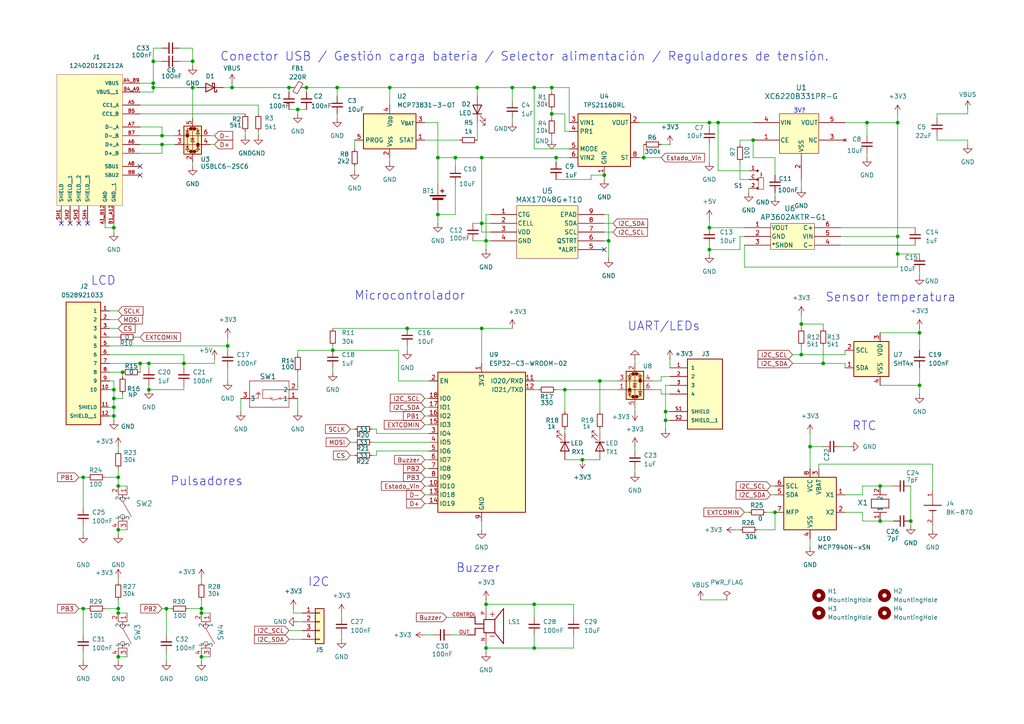
<source format=kicad_sch>
(kicad_sch (version 20250114) (generator "eeschema") (generator_version "9.0")
  (paper "A4")
  (title_block (title "LCD + ESP32-C3") (date "3/2025") (rev "0.1") (company "JMN"))
  (lib_symbols
    (symbol "0528921033:0528921033" (pin_names (offset 1.016))
      (property "Reference" "J" (at -5.0928 16.0423 0))
      (property "Value" "0528921033" (at -5.0906 -22.9024 0))
      (symbol "0528921033_0_0"
        (pin passive line (at 7.62 12.7 180) (length 2.54) (name "1") (number "1"))
        (pin passive line (at 7.62 10.16 180) (length 2.54) (name "2") (number "2"))
        (pin passive line (at 7.62 7.62 180) (length 2.54) (name "3") (number "3"))
        (pin passive line (at 7.62 5.08 180) (length 2.54) (name "4") (number "4"))
        (pin passive line (at 7.62 2.54 180) (length 2.54) (name "5") (number "5"))
        (pin passive line (at 7.62 0 180) (length 2.54) (name "6") (number "6"))
        (pin passive line (at 7.62 -2.54 180) (length 2.54) (name "7") (number "7"))
        (pin passive line (at 7.62 -5.08 180) (length 2.54) (name "8") (number "8"))
        (pin passive line (at 7.62 -7.62 180) (length 2.54) (name "9") (number "9"))
        (pin passive line (at 7.62 -10.16 180) (length 2.54) (name "10") (number "10"))
        (pin passive line (at 7.62 -15.24 180) (length 2.54) (name "SHIELD") (number "11"))
        (pin passive line (at 7.62 -17.78 180) (length 2.54) (name "SHIELD__1") (number "12"))
      )
    )
    (symbol "0532610471:0532610471" (pin_names (offset 1.016))
      (property "Reference" "J" (at -5.0836 8.1396 0))
      (property "Value" "0532610471" (at -5.0818 -15.2455 0))
      (symbol "0532610471_0_0"
        (pin passive line (at -10.16 5.08 0) (length 5.08) (name "1") (number "1"))
        (pin passive line (at -10.16 2.54 0) (length 5.08) (name "2") (number "2"))
        (pin passive line (at -10.16 0 0) (length 5.08) (name "3") (number "3"))
        (pin passive line (at -10.16 -2.54 0) (length 5.08) (name "4") (number "4"))
        (pin passive line (at -10.16 -7.62 0) (length 5.08) (name "SHIELD") (number "S1"))
        (pin passive line (at -10.16 -10.16 0) (length 5.08) (name "SHIELD__1") (number "S2"))
      )
    )
    (symbol "12402012E212A:12402012E212A" (pin_names (offset 1.016))
      (property "Reference" "J4" (at 0 17.78 0))
      (property "Value" "12402012E212A" (at 0 15.24 0))
      (symbol "12402012E212A_0_0"
        (pin passive line (at -10.16 -30.48 90) (length 5.08) (name "SHIELD") (number "SH1"))
        (pin passive line (at -7.62 -30.48 90) (length 5.08) (name "SHIELD__1") (number "SH2"))
        (pin passive line (at -5.08 -30.48 90) (length 5.08) (name "SHIELD__2") (number "SH3"))
        (pin passive line (at -2.54 -30.48 90) (length 5.08) (name "SHIELD__3") (number "SH4"))
        (pin power_in line (at 2.54 -30.48 90) (length 5.08) (name "GND") (number "A1_B12"))
        (pin power_in line (at 5.08 -30.48 90) (length 5.08) (name "GND__1") (number "B1_A12"))
        (pin power_in line (at 12.7 10.16 180) (length 5.08) (name "VBUS") (number "A4_B9"))
        (pin power_in line (at 12.7 7.62 180) (length 5.08) (name "VBUS__1") (number "B4_A9"))
        (pin bidirectional line (at 12.7 3.81 180) (length 5.08) (name "CC1_A") (number "A5"))
        (pin bidirectional line (at 12.7 1.27 180) (length 5.08) (name "CC1_B") (number "B5"))
        (pin bidirectional line (at 12.7 -2.54 180) (length 5.08) (name "D-_A") (number "A7"))
        (pin bidirectional line (at 12.7 -5.08 180) (length 5.08) (name "D-_B") (number "B7"))
        (pin bidirectional line (at 12.7 -7.62 180) (length 5.08) (name "D+_A") (number "A6"))
        (pin bidirectional line (at 12.7 -10.16 180) (length 5.08) (name "D+_B") (number "B6"))
        (pin bidirectional line (at 12.7 -13.97 180) (length 5.08) (name "SBU1") (number "A8"))
        (pin bidirectional line (at 12.7 -16.51 180) (length 5.08) (name "SBU2") (number "B8"))
      )
    )
    (symbol "2025-03-18_21-18-39:AP3602AKTR-G1" (pin_names (offset 0.254))
      (property "Reference" "U6" (at 13.208 5.588 0))
      (property "Value" "AP3602AKTR-G1" (at 14.224 3.048 0))
      (symbol "AP3602AKTR-G1_0_1"
        (pin output line (at 0 0 0) (length 7.62) (name "VOUT") (number "1"))
        (pin power_in line (at 0 -2.54 0) (length 7.62) (name "GND") (number "2"))
        (pin input line (at 0 -5.08 0) (length 7.62) (name "*SHDN") (number "3"))
        (pin unspecified line (at 27.94 0 180) (length 7.62) (name "C+") (number "6"))
        (pin input line (at 27.94 -2.54 180) (length 7.62) (name "VIN") (number "5"))
        (pin unspecified line (at 27.94 -5.08 180) (length 7.62) (name "C-") (number "4"))
      )
    )
    (symbol "2025-03-19_15-27-27:MAX17048G+T10" (pin_names (offset 0.254))
      (property "Reference" "U7" (at 30.48 10.16 0))
      (property "Value" "MAX17048G+T10" (at 30.48 7.62 0))
      (symbol "MAX17048G+T10_0_1"
        (pin unspecified line (at 13.97 0 0) (length 7.62) (name "CTG") (number "1"))
        (pin unspecified line (at 13.97 -2.54 0) (length 7.62) (name "CELL") (number "2"))
        (pin power_in line (at 13.97 -5.08 0) (length 7.62) (name "VDD") (number "3"))
        (pin power_in line (at 13.97 -7.62 0) (length 7.62) (name "GND") (number "4"))
        (pin unspecified line (at 46.99 0 180) (length 7.62) (name "EPAD") (number "9"))
        (pin bidirectional line (at 46.99 -2.54 180) (length 7.62) (name "SDA") (number "8"))
        (pin input line (at 46.99 -5.08 180) (length 7.62) (name "SCL") (number "7"))
        (pin input line (at 46.99 -7.62 180) (length 7.62) (name "QSTRT") (number "6"))
        (pin output line (at 46.99 -10.16 180) (length 7.62) (name "*ALRT") (number "5"))
      )
    )
    (symbol "2025-03-19_16-42-34:1825910-6" (pin_names (offset 0.254))
      (property "Reference" "SW5" (at 20.32 10.16 0))
      (property "Value" "1825910-6" (at 20.32 7.62 0))
      (symbol "1825910-6_1_1"
        (pin unspecified line (at 13.97 -2.54 0) (length 2.54) (name "1") (number "1"))
        (pin unspecified line (at 13.97 -5.08 0) (length 2.54) (name "2") (number "2"))
        (pin unspecified line (at 26.67 -2.54 180) (length 2.54) (name "3") (number "3"))
        (pin unspecified line (at 26.67 -5.08 180) (length 2.54) (name "4") (number "4"))
      )
    )
    (symbol "2025-03-28_10-56-16:XC6220B331PR-G" (pin_names (offset 0.254))
      (property "Reference" "U2" (at 20.32 10.16 0))
      (property "Value" "XC6220B331PR-G" (at 20.32 7.62 0))
      (symbol "XC6220B331PR-G_0_1"
        (pin power_in line (at 6.35 0 0) (length 7.62) (name "VIN") (number "4"))
        (pin unspecified line (at 6.35 -5.08 0) (length 7.62) (name "CE") (number "1"))
        (pin power_out line (at 20.32 -16.51 90) (length 7.62) (name "VSS") (number "2"))
        (pin output line (at 33.02 0 180) (length 7.62) (name "VOUT") (number "5"))
        (pin no_connect line (at 33.02 -5.08 180) (length 7.62) (name "NC") (number "3"))
      )
    )
    (symbol "2025-03-29_18-09-03:B3U-1100P-B" (pin_names (offset 0.254))
      (property "Reference" "SW5" (at 15.24 7.62 0))
      (property "Value" "B3U-1100P-B" (at 15.24 5.08 0))
      (symbol "B3U-1100P-B_1_1"
        (pin unspecified line (at 5.08 0 0) (length 2.54) (name "1") (number "1"))
        (pin unspecified line (at 5.08 -2.54 0) (length 2.54) (name "2") (number "2"))
        (pin unspecified line (at 21.59 0 180) (length 2.54) (name "3") (number "3"))
      )
    )
    (symbol "BK-870:BK-870" (pin_names (offset 1.016))
      (property "Reference" "J" (at -5.0836 5.0836 0))
      (property "Value" "BK-870" (at -5.0804 -5.0804 0))
      (symbol "BK-870_0_0"
        (pin passive line (at -5.08 0 0) (length 2.54) (name "~") (number "1"))
        (pin passive line (at 5.08 0 180) (length 2.54) (name "~") (number "2"))
      )
    )
    (symbol "Battery_Management:MCP73831-3-OT"
      (property "Reference" "U" (at -7.62 6.35 0))
      (property "Value" "MCP73831-3-OT" (at 1.27 6.35 0))
      (symbol "MCP73831-3-OT_1_1"
        (pin input line (at -10.16 -2.54 0) (length 2.54) (name "PROG") (number "5"))
        (pin power_in line (at 0 7.62 270) (length 2.54) (name "V_{DD}") (number "4"))
        (pin power_in line (at 0 -7.62 90) (length 2.54) (name "V_{SS}") (number "2"))
        (pin power_out line (at 10.16 2.54 180) (length 2.54) (name "V_{BAT}") (number "3"))
        (pin tri_state line (at 10.16 -2.54 180) (length 2.54) (name "STAT") (number "1"))
      )
    )
    (symbol "CM8V-T1A:CM8V-T1A-32.768KHZ-7PF-20PPM-TA-QC" (pin_names (offset 0.254))
      (property "Reference" "X" (at 5.08 4.445 0))
      (property "Value" "CM8V-T1A-32.768KHZ-7PF-20PPM-TA-QC" (at 5.08 -4.445 0))
      (symbol "CM8V-T1A-32.768KHZ-7PF-20PPM-TA-QC_1_1"
        (pin unspecified line (at 0 0 0) (length 2.54) (name "1") (number "1"))
        (pin unspecified line (at 10.16 0 180) (length 2.54) (name "2") (number "2"))
      )
      (symbol "CM8V-T1A-32.768KHZ-7PF-20PPM-TA-QC_1_2"
        (pin unspecified line (at 0 10.16 270) (length 2.54) (name "2") (number "2"))
        (pin unspecified line (at 0 0 90) (length 2.54) (name "1") (number "1"))
      )
    )
    (symbol "CMI-8536-82-SMT-TR:CMI-8536-82-SMT-TR" (pin_names (offset 1.016))
      (property "Reference" "LS" (at -1.27 6.35 0))
      (property "Value" "CMI-8536-82-SMT-TR" (at -1.27 -8.255 0))
      (symbol "CMI-8536-82-SMT-TR_0_0"
        (text "+" (at -1.905 2.54 0) (effects (font (size 1.778 1.778)) (justify left bottom)))
        (text "-" (at -1.905 -3.81 0) (effects (font (size 1.778 1.778)) (justify left bottom)))
        (pin input line (at -10.16 2.54 0) (length 2.54) (name "~") (number "CONTROL"))
        (pin output line (at -10.16 -2.54 0) (length 2.54) (name "~") (number "OUT"))
        (pin passive line (at -2.54 5.08 270) (length 2.54) (name "~") (number "P"))
        (pin passive line (at -2.54 -5.08 90) (length 2.54) (name "~") (number "N"))
      )
    )
    (symbol "Connector_Generic:Conn_01x04" (pin_names (offset 1.016) (hide yes))
      (property "Reference" "J" (at 0 5.08 0))
      (property "Value" "Conn_01x04" (at 0 -7.62 0))
      (symbol "Conn_01x04_1_1"
        (pin passive line (at -5.08 2.54 0) (length 3.81) (name "Pin_1") (number "1"))
        (pin passive line (at -5.08 0 0) (length 3.81) (name "Pin_2") (number "2"))
        (pin passive line (at -5.08 -2.54 0) (length 3.81) (name "Pin_3") (number "3"))
        (pin passive line (at -5.08 -5.08 0) (length 3.81) (name "Pin_4") (number "4"))
      )
    )
    (symbol "Device:Battery_Cell" (pin_numbers (hide yes)) (pin_names (offset 0) (hide yes))
      (property "Reference" "BT" (at 2.54 2.54 0))
      (property "Value" "Battery_Cell" (at 2.54 0 0))
      (symbol "Battery_Cell_1_1"
        (pin passive line (at 0 5.08 270) (length 2.54) (name "+") (number "1"))
        (pin passive line (at 0 -2.54 90) (length 2.54) (name "-") (number "2"))
      )
    )
    (symbol "Device:C_Small" (pin_numbers (hide yes)) (pin_names (offset 0.254) (hide yes))
      (property "Reference" "C" (at 0.254 1.778 0))
      (property "Value" "C_Small" (at 0.254 -2.032 0))
      (symbol "C_Small_1_1"
        (pin passive line (at 0 2.54 270) (length 2.032) (name "~") (number "1"))
        (pin passive line (at 0 -2.54 90) (length 2.032) (name "~") (number "2"))
      )
    )
    (symbol "Device:FerriteBead_Small" (pin_numbers (hide yes)) (pin_names (offset 0))
      (property "Reference" "FB" (at 1.905 1.27 0))
      (property "Value" "FerriteBead_Small" (at 1.905 -1.27 0))
      (symbol "FerriteBead_Small_1_1"
        (pin passive line (at 0 2.54 270) (length 1.27) (name "~") (number "1"))
        (pin passive line (at 0 -2.54 90) (length 1.27) (name "~") (number "2"))
      )
    )
    (symbol "Device:LED" (pin_numbers (hide yes)) (pin_names (offset 1.016) (hide yes))
      (property "Reference" "D" (at 0 2.54 0))
      (property "Value" "LED" (at 0 -2.54 0))
      (symbol "LED_1_1"
        (pin passive line (at -3.81 0 0) (length 2.54) (name "K") (number "1"))
        (pin passive line (at 3.81 0 180) (length 2.54) (name "A") (number "2"))
      )
    )
    (symbol "Device:R_Small" (pin_numbers (hide yes)) (pin_names (offset 0.254) (hide yes))
      (property "Reference" "R" (at 0.762 0.508 0))
      (property "Value" "R_Small" (at 0.762 -1.016 0))
      (symbol "R_Small_1_1"
        (pin passive line (at 0 2.54 270) (length 0.762) (name "~") (number "1"))
        (pin passive line (at 0 -2.54 90) (length 0.762) (name "~") (number "2"))
      )
    )
    (symbol "Diode:1N5819" (pin_numbers (hide yes)) (pin_names (offset 1.016) (hide yes))
      (property "Reference" "D" (at 0 2.54 0))
      (property "Value" "1N5819" (at 0 -2.54 0))
      (symbol "1N5819_1_1"
        (pin passive line (at -3.81 0 0) (length 2.54) (name "K") (number "1"))
        (pin passive line (at 3.81 0 180) (length 2.54) (name "A") (number "2"))
      )
    )
    (symbol "Mechanical:MountingHole" (pin_names (offset 1.016)) (exclude_from_sim yes) (in_bom no)
      (property "Reference" "H" (at 0 5.08 0))
      (property "Value" "MountingHole" (at 0 3.175 0))
    )
    (symbol "Power_Management:TPS2116DRL"
      (property "Reference" "U" (at -7.874 9.144 0))
      (property "Value" "TPS2116DRL" (at 0.508 -8.89 0))
      (symbol "TPS2116DRL_1_0"
        (pin power_out line (at 10.16 5.08 180) (length 2.54) (hide yes) (name "VOUT") (number "7"))
      )
      (symbol "TPS2116DRL_1_1"
        (pin power_in line (at -10.16 5.08 0) (length 2.54) (name "VIN1") (number "3"))
        (pin input line (at -10.16 2.54 0) (length 2.54) (name "PR1") (number "4"))
        (pin input line (at -10.16 -2.54 0) (length 2.54) (name "MODE") (number "5"))
        (pin power_in line (at -10.16 -5.08 0) (length 2.54) (name "VIN2") (number "6"))
        (pin power_in line (at 0 -10.16 90) (length 2.54) (name "GND") (number "1"))
        (pin power_out line (at 10.16 5.08 180) (length 2.54) (name "VOUT") (number "2"))
        (pin open_collector line (at 10.16 -5.08 180) (length 2.54) (name "ST") (number "8"))
      )
    )
    (symbol "Power_Protection:USBLC6-2SC6" (pin_names (hide yes))
      (property "Reference" "U" (at 0.635 5.715 0))
      (property "Value" "USBLC6-2SC6" (at 0.635 3.81 0))
      (symbol "USBLC6-2SC6_1_1"
        (pin passive line (at -5.08 0 0) (length 2.54) (name "I/O1") (number "1"))
        (pin passive line (at -5.08 -2.54 0) (length 2.54) (name "I/O2") (number "3"))
        (pin passive line (at 0 5.08 270) (length 2.54) (name "VBUS") (number "5"))
        (pin passive line (at 0 -7.62 90) (length 2.54) (name "GND") (number "2"))
        (pin passive line (at 5.08 0 180) (length 2.54) (name "I/O1") (number "6"))
        (pin passive line (at 5.08 -2.54 180) (length 2.54) (name "I/O2") (number "4"))
      )
    )
    (symbol "RF_Module:ESP32-C3-WROOM-02"
      (property "Reference" "U" (at -12.192 21.336 0))
      (property "Value" "ESP32-C3-WROOM-02" (at 12.192 21.336 0))
      (symbol "ESP32-C3-WROOM-02_1_1"
        (pin input line (at -15.24 17.78 0) (length 2.54) (name "EN") (number "2"))
        (pin bidirectional line (at -15.24 12.7 0) (length 2.54) (name "IO0") (number "18"))
        (pin bidirectional line (at -15.24 10.16 0) (length 2.54) (name "IO1") (number "17"))
        (pin bidirectional line (at -15.24 7.62 0) (length 2.54) (name "IO2") (number "16"))
        (pin bidirectional line (at -15.24 5.08 0) (length 2.54) (name "IO3") (number "15"))
        (pin bidirectional line (at -15.24 2.54 0) (length 2.54) (name "IO4") (number "3"))
        (pin bidirectional line (at -15.24 0 0) (length 2.54) (name "IO5") (number "4"))
        (pin bidirectional line (at -15.24 -2.54 0) (length 2.54) (name "IO6") (number "5"))
        (pin bidirectional line (at -15.24 -5.08 0) (length 2.54) (name "IO7") (number "6"))
        (pin bidirectional line (at -15.24 -7.62 0) (length 2.54) (name "IO8") (number "7"))
        (pin bidirectional line (at -15.24 -10.16 0) (length 2.54) (name "IO9") (number "8"))
        (pin bidirectional line (at -15.24 -12.7 0) (length 2.54) (name "IO10") (number "10"))
        (pin bidirectional line (at -15.24 -15.24 0) (length 2.54) (name "IO18") (number "13"))
        (pin bidirectional line (at -15.24 -17.78 0) (length 2.54) (name "IO19") (number "14"))
        (pin power_in line (at 0 22.86 270) (length 2.54) (name "3V3") (number "1"))
        (pin passive line (at 0 -22.86 90) (length 2.54) (hide yes) (name "GND") (number "19"))
        (pin power_in line (at 0 -22.86 90) (length 2.54) (name "GND") (number "9"))
        (pin bidirectional line (at 15.24 17.78 180) (length 2.54) (name "IO20/RXD") (number "11"))
        (pin bidirectional line (at 15.24 15.24 180) (length 2.54) (name "IO21/TXD") (number "12"))
      )
    )
    (symbol "SSAJ110100:SSAJ110100" (pin_names (offset 1.016))
      (property "Reference" "S" (at -2.5432 5.08 0))
      (property "Value" "SSAJ110100" (at -2.5411 -5.7158 0))
      (symbol "SSAJ110100_0_0"
        (pin passive line (at -2.54 2.54 0) (length 2.54) (name "~") (number "1"))
        (pin passive line (at -2.54 0 0) (length 2.54) (name "~") (number "C"))
        (pin passive line (at -2.54 -2.54 0) (length 2.54) (name "~") (number "2"))
      )
    )
    (symbol "Sensor_Humidity:SHT4x"
      (property "Reference" "U" (at 0 8.89 0))
      (property "Value" "SHT4x" (at 0 6.35 0))
      (symbol "SHT4x_1_1"
        (pin input line (at -7.62 2.54 0) (length 2.54) (name "SCL") (number "2"))
        (pin bidirectional line (at -7.62 -2.54 0) (length 2.54) (name "SDA") (number "1"))
        (pin power_in line (at 2.54 7.62 270) (length 2.54) (name "VDD") (number "3"))
        (pin power_in line (at 2.54 -7.62 90) (length 2.54) (name "VSS") (number "4"))
      )
    )
    (symbol "Timer_RTC:MCP7940N-xSN"
      (property "Reference" "U" (at -6.35 8.89 0))
      (property "Value" "MCP7940N-xSN" (at 11.43 8.89 0))
      (symbol "MCP7940N-xSN_1_1"
        (pin input line (at -10.16 5.08 0) (length 2.54) (name "SCL") (number "6"))
        (pin bidirectional line (at -10.16 2.54 0) (length 2.54) (name "SDA") (number "5"))
        (pin open_collector line (at -10.16 -2.54 0) (length 2.54) (name "MFP") (number "7"))
        (pin power_in line (at 0 10.16 270) (length 2.54) (name "VCC") (number "8"))
        (pin power_in line (at 0 -10.16 90) (length 2.54) (name "VSS") (number "4"))
        (pin power_in line (at 2.54 10.16 270) (length 2.54) (name "VBAT") (number "3"))
        (pin input line (at 10.16 2.54 180) (length 2.54) (name "X1") (number "1"))
        (pin output line (at 10.16 -2.54 180) (length 2.54) (name "X2") (number "2"))
      )
    )
    (symbol "power:+3V3" (power) (pin_numbers (hide yes)) (pin_names (offset 0) (hide yes))
      (property "Value" "+3V3" (at 0 3.556 0))
      (symbol "+3V3_1_1"
        (pin power_in line (at 0 0 90) (length 0) (name "~") (number "1"))
      )
    )
    (symbol "power:+5V" (power) (pin_numbers (hide yes)) (pin_names (offset 0) (hide yes))
      (property "Value" "+5V" (at 0 3.556 0))
      (symbol "+5V_1_1"
        (pin power_in line (at 0 0 90) (length 0) (name "~") (number "1"))
      )
    )
    (symbol "power:GND" (power) (pin_numbers (hide yes)) (pin_names (offset 0) (hide yes))
      (property "Value" "GND" (at 0 -3.81 0))
      (symbol "GND_1_1"
        (pin power_in line (at 0 0 270) (length 0) (name "~") (number "1"))
      )
    )
    (symbol "power:PWR_FLAG" (power) (pin_numbers (hide yes)) (pin_names (offset 0) (hide yes))
      (property "Value" "PWR_FLAG" (at 0 3.81 0))
      (symbol "PWR_FLAG_0_0"
        (pin power_out line (at 0 0 90) (length 0) (name "~") (number "1"))
      )
    )
    (symbol "power:VBUS" (power) (pin_numbers (hide yes)) (pin_names (offset 0) (hide yes))
      (property "Value" "VBUS" (at 0 3.556 0))
      (symbol "VBUS_1_1"
        (pin power_in line (at 0 0 90) (length 0) (name "~") (number "1"))
      )
    )
  )
  (text "Sensor temperatura" (at 258.318 86.36 0) (effects (font (size 2.54 2.54))))
  (text "UART/LEDs" (at 192.532 94.742 0) (effects (font (size 2.54 2.54))))
  (text "Conector USB / Gestión carga batería / Selector alimentación / Reguladores de tensión." (at 152.146 16.51 0) (effects (font (size 2.54 2.54))))
  (text "LCD" (at 29.972 81.534 0) (effects (font (size 2.54 2.54))))
  (text "3V?" (at 231.902 32.258 0) (effects (font (size 1.27 1.27))))
  (text "Pulsadores" (at 59.944 139.7 0) (effects (font (size 2.54 2.54))))
  (text "Microcontrolador" (at 118.872 85.852 0) (effects (font (size 2.54 2.54))))
  (text "Buzzer" (at 138.684 164.846 0) (effects (font (size 2.54 2.54))))
  (text "RTC" (at 250.698 123.698 0) (effects (font (size 2.54 2.54))))
  (text "I2C" (at 92.456 168.91 0) (effects (font (size 2.54 2.54))))
  (junction (at 34.29 140.97))
  (junction (at 208.28 35.56))
  (junction (at 88.9 25.4))
  (junction (at 224.79 148.59))
  (junction (at 238.76 105.41))
  (junction (at 132.08 45.72))
  (junction (at 34.29 176.53))
  (junction (at 266.7 96.52))
  (junction (at 34.29 138.43))
  (junction (at 255.27 151.13))
  (junction (at 160.02 25.4))
  (junction (at 234.95 129.54))
  (junction (at 55.88 25.4))
  (junction (at 205.74 72.39))
  (junction (at 24.13 138.43))
  (junction (at 34.29 190.5))
  (junction (at 264.16 151.13))
  (junction (at 33.02 120.65))
  (junction (at 205.74 66.04))
  (junction (at 148.59 25.4))
  (junction (at 175.26 50.8))
  (junction (at 24.13 176.53))
  (junction (at 35.56 107.95))
  (junction (at 176.53 69.85))
  (junction (at 83.82 25.4))
  (junction (at 193.04 121.92))
  (junction (at 48.26 176.53))
  (junction (at 127 62.23))
  (junction (at 163.83 113.03))
  (junction (at 33.02 66.04))
  (junction (at 138.43 25.4))
  (junction (at 44.45 25.4))
  (junction (at 160.02 33.02))
  (junction (at 260.35 73.66))
  (junction (at 58.42 176.53))
  (junction (at 154.94 187.96))
  (junction (at 66.04 100.33))
  (junction (at 97.79 25.4))
  (junction (at 173.99 110.49))
  (junction (at 232.41 102.87))
  (junction (at 34.29 177.8))
  (junction (at 67.31 25.4))
  (junction (at 193.04 119.38))
  (junction (at 186.69 45.72))
  (junction (at 46.99 41.91))
  (junction (at 33.02 113.03))
  (junction (at 44.45 17.78))
  (junction (at 218.44 40.64))
  (junction (at 86.36 31.75))
  (junction (at 58.42 190.5))
  (junction (at 33.02 115.57))
  (junction (at 205.74 35.56))
  (junction (at 96.52 101.6))
  (junction (at 255.27 140.97))
  (junction (at 260.35 68.58))
  (junction (at 140.97 187.96))
  (junction (at 34.29 153.67))
  (junction (at 154.94 25.4))
  (junction (at 44.45 24.13))
  (junction (at 43.18 105.41))
  (junction (at 266.7 111.76))
  (junction (at 139.7 45.72))
  (junction (at 53.34 105.41))
  (junction (at 154.94 175.26))
  (junction (at 260.35 35.56))
  (junction (at 33.02 118.11))
  (junction (at 58.42 177.8))
  (junction (at 127 45.72))
  (junction (at 139.7 64.77))
  (junction (at 40.64 105.41))
  (junction (at 43.18 113.03))
  (junction (at 251.46 35.56))
  (junction (at 161.29 45.72))
  (junction (at 140.97 175.26))
  (junction (at 232.41 93.98))
  (junction (at 140.97 69.85))
  (junction (at 46.99 39.37))
  (junction (at 55.88 17.78))
  (junction (at 168.91 133.35))
  (junction (at 118.11 95.25))
  (junction (at 139.7 95.25))
  (junction (at 113.03 25.4))
  (no_connect (at 22.86 64.77))
  (no_connect (at 25.4 64.77))
  (no_connect (at 17.78 64.77))
  (no_connect (at 40.64 50.8))
  (no_connect (at 40.64 48.26))
  (no_connect (at 175.26 72.39))
  (no_connect (at 20.32 64.77))
  (wire (pts (xy 237.49 134.62) (xy 237.49 135.89)))
  (wire (pts (xy 205.74 71.12) (xy 205.74 72.39)))
  (wire (pts (xy 97.79 25.4) (xy 113.03 25.4)))
  (wire (pts (xy 83.82 31.75) (xy 86.36 31.75)))
  (wire (pts (xy 66.04 100.33) (xy 66.04 101.6)))
  (wire (pts (xy 243.84 68.58) (xy 260.35 68.58)))
  (wire (pts (xy 140.97 187.96) (xy 140.97 189.23)))
  (wire (pts (xy 154.94 25.4) (xy 160.02 25.4)))
  (wire (pts (xy 171.45 50.8) (xy 175.26 50.8)))
  (wire (pts (xy 163.83 113.03) (xy 163.83 119.38)))
  (wire (pts (xy 115.57 110.49) (xy 115.57 101.6)))
  (wire (pts (xy 99.06 184.15) (xy 99.06 185.42)))
  (wire (pts (xy 166.37 179.07) (xy 166.37 175.26)))
  (wire (pts (xy 154.94 184.15) (xy 154.94 187.96)))
  (wire (pts (xy 86.36 101.6) (xy 96.52 101.6)))
  (wire (pts (xy 214.63 46.99) (xy 214.63 52.07)))
  (wire (pts (xy 31.75 113.03) (xy 33.02 113.03)))
  (wire (pts (xy 118.11 100.33) (xy 118.11 101.6)))
  (wire (pts (xy 40.64 24.13) (xy 44.45 24.13)))
  (wire (pts (xy 154.94 113.03) (xy 156.21 113.03)))
  (wire (pts (xy 139.7 151.13) (xy 139.7 153.67)))
  (wire (pts (xy 193.04 119.38) (xy 194.31 119.38)))
  (wire (pts (xy 234.95 156.21) (xy 234.95 158.75)))
  (wire (pts (xy 129.54 179.07) (xy 133.35 179.07)))
  (wire (pts (xy 44.45 26.67) (xy 44.45 25.4)))
  (wire (pts (xy 140.97 69.85) (xy 140.97 72.39)))
  (wire (pts (xy 46.99 39.37) (xy 50.8 39.37)))
  (wire (pts (xy 58.42 176.53) (xy 58.42 177.8)))
  (wire (pts (xy 43.18 106.68) (xy 43.18 105.41)))
  (wire (pts (xy 234.95 129.54) (xy 234.95 135.89)))
  (wire (pts (xy 260.35 33.02) (xy 260.35 35.56)))
  (wire (pts (xy 191.77 41.91) (xy 194.31 41.91)))
  (wire (pts (xy 44.45 25.4) (xy 55.88 25.4)))
  (wire (pts (xy 191.77 113.03) (xy 191.77 114.3)))
  (wire (pts (xy 31.75 118.11) (xy 33.02 118.11)))
  (wire (pts (xy 55.88 13.97) (xy 55.88 17.78)))
  (wire (pts (xy 203.2 173.99) (xy 210.82 173.99)))
  (wire (pts (xy 86.36 31.75) (xy 86.36 33.02)))
  (wire (pts (xy 40.64 39.37) (xy 46.99 39.37)))
  (wire (pts (xy 175.26 67.31) (xy 177.8 67.31)))
  (wire (pts (xy 34.29 190.5) (xy 34.29 191.77)))
  (wire (pts (xy 71.12 38.1) (xy 71.12 39.37)))
  (wire (pts (xy 24.13 176.53) (xy 24.13 184.15)))
  (wire (pts (xy 58.42 167.64) (xy 58.42 168.91)))
  (wire (pts (xy 163.83 113.03) (xy 179.07 113.03)))
  (wire (pts (xy 161.29 52.07) (xy 171.45 52.07)))
  (wire (pts (xy 250.19 151.13) (xy 255.27 151.13)))
  (wire (pts (xy 83.82 182.88) (xy 87.63 182.88)))
  (wire (pts (xy 40.64 33.02) (xy 71.12 33.02)))
  (wire (pts (xy 260.35 73.66) (xy 260.35 68.58)))
  (wire (pts (xy 140.97 69.85) (xy 142.24 69.85)))
  (wire (pts (xy 109.22 130.81) (xy 124.46 130.81)))
  (wire (pts (xy 142.24 67.31) (xy 139.7 67.31)))
  (wire (pts (xy 208.28 49.53) (xy 208.28 35.56)))
  (wire (pts (xy 96.52 95.25) (xy 118.11 95.25)))
  (wire (pts (xy 52.07 17.78) (xy 55.88 17.78)))
  (wire (pts (xy 33.02 115.57) (xy 33.02 118.11)))
  (wire (pts (xy 260.35 35.56) (xy 260.35 68.58)))
  (wire (pts (xy 175.26 62.23) (xy 176.53 62.23)))
  (wire (pts (xy 266.7 78.74) (xy 266.7 80.01)))
  (wire (pts (xy 113.03 25.4) (xy 113.03 30.48)))
  (wire (pts (xy 232.41 100.33) (xy 232.41 102.87)))
  (wire (pts (xy 160.02 31.75) (xy 160.02 33.02)))
  (wire (pts (xy 88.9 25.4) (xy 88.9 26.67)))
  (wire (pts (xy 175.26 64.77) (xy 177.8 64.77)))
  (wire (pts (xy 184.15 119.38) (xy 184.15 118.11)))
  (wire (pts (xy 113.03 45.72) (xy 113.03 46.99)))
  (wire (pts (xy 31.75 97.79) (xy 34.29 97.79)))
  (wire (pts (xy 264.16 140.97) (xy 264.16 151.13)))
  (wire (pts (xy 215.9 77.47) (xy 260.35 77.47)))
  (wire (pts (xy 107.95 124.46) (xy 109.22 124.46)))
  (wire (pts (xy 205.74 41.91) (xy 205.74 46.99)))
  (wire (pts (xy 123.19 143.51) (xy 124.46 143.51)))
  (wire (pts (xy 245.11 143.51) (xy 250.19 143.51)))
  (wire (pts (xy 39.37 97.79) (xy 40.64 97.79)))
  (wire (pts (xy 24.13 189.23) (xy 24.13 191.77)))
  (wire (pts (xy 66.04 97.79) (xy 66.04 100.33)))
  (wire (pts (xy 96.52 100.33) (xy 96.52 101.6)))
  (wire (pts (xy 69.85 115.57) (xy 69.85 119.38)))
  (wire (pts (xy 31.75 105.41) (xy 40.64 105.41)))
  (wire (pts (xy 123.19 135.89) (xy 124.46 135.89)))
  (wire (pts (xy 60.96 39.37) (xy 62.23 39.37)))
  (wire (pts (xy 234.95 129.54) (xy 238.76 129.54)))
  (wire (pts (xy 186.69 41.91) (xy 186.69 45.72)))
  (wire (pts (xy 74.93 30.48) (xy 74.93 33.02)))
  (wire (pts (xy 139.7 67.31) (xy 139.7 64.77)))
  (wire (pts (xy 31.75 90.17) (xy 34.29 90.17)))
  (wire (pts (xy 34.29 176.53) (xy 34.29 177.8)))
  (wire (pts (xy 264.16 151.13) (xy 264.16 152.4)))
  (wire (pts (xy 217.17 54.61) (xy 217.17 55.88)))
  (wire (pts (xy 219.71 153.67) (xy 224.79 153.67)))
  (wire (pts (xy 234.95 125.73) (xy 234.95 129.54)))
  (wire (pts (xy 154.94 179.07) (xy 154.94 175.26)))
  (wire (pts (xy 140.97 186.69) (xy 140.97 187.96)))
  (wire (pts (xy 185.42 45.72) (xy 186.69 45.72)))
  (wire (pts (xy 148.59 25.4) (xy 148.59 29.21)))
  (wire (pts (xy 123.19 138.43) (xy 124.46 138.43)))
  (wire (pts (xy 46.99 17.78) (xy 44.45 17.78)))
  (wire (pts (xy 266.7 95.25) (xy 266.7 96.52)))
  (wire (pts (xy 46.99 13.97) (xy 44.45 13.97)))
  (wire (pts (xy 127 62.23) (xy 127 64.77)))
  (wire (pts (xy 22.86 176.53) (xy 24.13 176.53)))
  (wire (pts (xy 123.19 35.56) (xy 127 35.56)))
  (wire (pts (xy 34.29 138.43) (xy 34.29 140.97)))
  (wire (pts (xy 33.02 118.11) (xy 33.02 120.65)))
  (wire (pts (xy 31.75 92.71) (xy 34.29 92.71)))
  (wire (pts (xy 52.07 13.97) (xy 55.88 13.97)))
  (wire (pts (xy 270.51 142.24) (xy 270.51 134.62)))
  (wire (pts (xy 132.08 48.26) (xy 132.08 45.72)))
  (wire (pts (xy 176.53 62.23) (xy 176.53 69.85)))
  (wire (pts (xy 184.15 105.41) (xy 184.15 104.14)))
  (wire (pts (xy 175.26 50.8) (xy 175.26 52.07)))
  (wire (pts (xy 123.19 133.35) (xy 124.46 133.35)))
  (wire (pts (xy 163.83 133.35) (xy 168.91 133.35)))
  (wire (pts (xy 132.08 45.72) (xy 139.7 45.72)))
  (wire (pts (xy 123.19 123.19) (xy 124.46 123.19)))
  (wire (pts (xy 33.02 110.49) (xy 33.02 113.03)))
  (wire (pts (xy 97.79 25.4) (xy 97.79 27.94)))
  (wire (pts (xy 67.31 25.4) (xy 83.82 25.4)))
  (wire (pts (xy 33.02 113.03) (xy 33.02 115.57)))
  (wire (pts (xy 35.56 107.95) (xy 35.56 109.22)))
  (wire (pts (xy 260.35 77.47) (xy 260.35 73.66)))
  (wire (pts (xy 205.74 35.56) (xy 205.74 36.83)))
  (wire (pts (xy 48.26 189.23) (xy 48.26 191.77)))
  (wire (pts (xy 53.34 105.41) (xy 53.34 106.68)))
  (wire (pts (xy 173.99 124.46) (xy 173.99 125.73)))
  (wire (pts (xy 251.46 35.56) (xy 260.35 35.56)))
  (wire (pts (xy 40.64 30.48) (xy 74.93 30.48)))
  (wire (pts (xy 101.6 132.08) (xy 102.87 132.08)))
  (wire (pts (xy 243.84 71.12) (xy 265.43 71.12)))
  (wire (pts (xy 193.04 121.92) (xy 193.04 124.46)))
  (wire (pts (xy 139.7 45.72) (xy 161.29 45.72)))
  (wire (pts (xy 222.25 148.59) (xy 224.79 148.59)))
  (wire (pts (xy 232.41 91.44) (xy 232.41 93.98)))
  (wire (pts (xy 168.91 133.35) (xy 173.99 133.35)))
  (wire (pts (xy 250.19 143.51) (xy 250.19 140.97)))
  (wire (pts (xy 193.04 119.38) (xy 193.04 121.92)))
  (wire (pts (xy 85.09 176.53) (xy 85.09 177.8)))
  (wire (pts (xy 58.42 177.8) (xy 60.96 177.8)))
  (wire (pts (xy 40.64 44.45) (xy 46.99 44.45)))
  (wire (pts (xy 30.48 138.43) (xy 34.29 138.43)))
  (wire (pts (xy 161.29 113.03) (xy 163.83 113.03)))
  (wire (pts (xy 67.31 24.13) (xy 67.31 25.4)))
  (wire (pts (xy 102.87 40.64) (xy 102.87 43.18)))
  (wire (pts (xy 271.78 40.64) (xy 280.67 40.64)))
  (wire (pts (xy 34.29 140.97) (xy 36.83 140.97)))
  (wire (pts (xy 232.41 52.07) (xy 232.41 54.61)))
  (wire (pts (xy 214.63 72.39) (xy 205.74 72.39)))
  (wire (pts (xy 185.42 35.56) (xy 205.74 35.56)))
  (wire (pts (xy 224.79 45.72) (xy 218.44 45.72)))
  (wire (pts (xy 46.99 41.91) (xy 50.8 41.91)))
  (wire (pts (xy 238.76 95.25) (xy 238.76 93.98)))
  (wire (pts (xy 54.61 176.53) (xy 58.42 176.53)))
  (wire (pts (xy 232.41 93.98) (xy 238.76 93.98)))
  (wire (pts (xy 22.86 138.43) (xy 24.13 138.43)))
  (wire (pts (xy 245.11 35.56) (xy 251.46 35.56)))
  (wire (pts (xy 186.69 45.72) (xy 191.77 45.72)))
  (wire (pts (xy 115.57 101.6) (xy 96.52 101.6)))
  (wire (pts (xy 40.64 26.67) (xy 44.45 26.67)))
  (wire (pts (xy 194.31 104.14) (xy 194.31 106.68)))
  (wire (pts (xy 140.97 62.23) (xy 140.97 69.85)))
  (wire (pts (xy 127 62.23) (xy 132.08 62.23)))
  (wire (pts (xy 160.02 39.37) (xy 160.02 40.64)))
  (wire (pts (xy 130.81 184.15) (xy 133.35 184.15)))
  (wire (pts (xy 280.67 40.64) (xy 280.67 41.91)))
  (wire (pts (xy 99.06 177.8) (xy 99.06 179.07)))
  (wire (pts (xy 148.59 25.4) (xy 154.94 25.4)))
  (wire (pts (xy 217.17 52.07) (xy 214.63 52.07)))
  (wire (pts (xy 140.97 175.26) (xy 140.97 176.53)))
  (wire (pts (xy 35.56 114.3) (xy 35.56 115.57)))
  (wire (pts (xy 189.23 110.49) (xy 191.77 110.49)))
  (wire (pts (xy 24.13 176.53) (xy 25.4 176.53)))
  (wire (pts (xy 140.97 187.96) (xy 154.94 187.96)))
  (wire (pts (xy 109.22 125.73) (xy 124.46 125.73)))
  (wire (pts (xy 40.64 105.41) (xy 43.18 105.41)))
  (wire (pts (xy 266.7 106.68) (xy 266.7 111.76)))
  (wire (pts (xy 161.29 45.72) (xy 161.29 46.99)))
  (wire (pts (xy 237.49 134.62) (xy 270.51 134.62)))
  (wire (pts (xy 243.84 129.54) (xy 246.38 129.54)))
  (wire (pts (xy 34.29 190.5) (xy 36.83 190.5)))
  (wire (pts (xy 31.75 120.65) (xy 33.02 120.65)))
  (wire (pts (xy 53.34 111.76) (xy 53.34 113.03)))
  (wire (pts (xy 189.23 113.03) (xy 191.77 113.03)))
  (wire (pts (xy 270.51 152.4) (xy 270.51 153.67)))
  (wire (pts (xy 165.1 38.1) (xy 163.83 38.1)))
  (wire (pts (xy 218.44 45.72) (xy 218.44 40.64)))
  (wire (pts (xy 250.19 140.97) (xy 255.27 140.97)))
  (wire (pts (xy 191.77 109.22) (xy 194.31 109.22)))
  (wire (pts (xy 66.04 106.68) (xy 66.04 110.49)))
  (wire (pts (xy 271.78 34.29) (xy 271.78 33.02)))
  (wire (pts (xy 58.42 190.5) (xy 58.42 191.77)))
  (wire (pts (xy 232.41 93.98) (xy 232.41 95.25)))
  (wire (pts (xy 46.99 39.37) (xy 46.99 36.83)))
  (wire (pts (xy 215.9 77.47) (xy 215.9 71.12)))
  (wire (pts (xy 25.4 138.43) (xy 24.13 138.43)))
  (wire (pts (xy 127 35.56) (xy 127 45.72)))
  (wire (pts (xy 138.43 35.56) (xy 138.43 40.64)))
  (wire (pts (xy 48.26 176.53) (xy 48.26 184.15)))
  (wire (pts (xy 30.48 176.53) (xy 34.29 176.53)))
  (wire (pts (xy 107.95 128.27) (xy 124.46 128.27)))
  (wire (pts (xy 193.04 121.92) (xy 194.31 121.92)))
  (wire (pts (xy 31.75 100.33) (xy 66.04 100.33)))
  (wire (pts (xy 46.99 176.53) (xy 48.26 176.53)))
  (wire (pts (xy 184.15 129.54) (xy 184.15 130.81)))
  (wire (pts (xy 171.45 52.07) (xy 171.45 50.8)))
  (wire (pts (xy 34.29 177.8) (xy 36.83 177.8)))
  (wire (pts (xy 55.88 25.4) (xy 55.88 34.29)))
  (wire (pts (xy 83.82 25.4) (xy 83.82 26.67)))
  (wire (pts (xy 55.88 25.4) (xy 57.15 25.4)))
  (wire (pts (xy 154.94 43.18) (xy 154.94 25.4)))
  (wire (pts (xy 127 45.72) (xy 132.08 45.72)))
  (wire (pts (xy 34.29 173.99) (xy 34.29 176.53)))
  (wire (pts (xy 123.19 140.97) (xy 124.46 140.97)))
  (wire (pts (xy 213.36 153.67) (xy 214.63 153.67)))
  (wire (pts (xy 123.19 40.64) (xy 133.35 40.64)))
  (wire (pts (xy 40.64 36.83) (xy 46.99 36.83)))
  (wire (pts (xy 62.23 105.41) (xy 62.23 104.14)))
  (wire (pts (xy 58.42 190.5) (xy 60.96 190.5)))
  (wire (pts (xy 44.45 13.97) (xy 44.45 17.78)))
  (wire (pts (xy 176.53 69.85) (xy 176.53 74.93)))
  (wire (pts (xy 166.37 184.15) (xy 166.37 187.96)))
  (wire (pts (xy 139.7 45.72) (xy 139.7 64.77)))
  (wire (pts (xy 223.52 140.97) (xy 224.79 140.97)))
  (wire (pts (xy 163.83 38.1) (xy 163.83 33.02)))
  (wire (pts (xy 215.9 68.58) (xy 214.63 68.58)))
  (wire (pts (xy 255.27 151.13) (xy 259.08 151.13)))
  (wire (pts (xy 46.99 44.45) (xy 46.99 41.91)))
  (wire (pts (xy 74.93 38.1) (xy 74.93 39.37)))
  (wire (pts (xy 123.19 115.57) (xy 124.46 115.57)))
  (wire (pts (xy 132.08 53.34) (xy 132.08 62.23)))
  (wire (pts (xy 255.27 96.52) (xy 266.7 96.52)))
  (wire (pts (xy 43.18 113.03) (xy 53.34 113.03)))
  (wire (pts (xy 280.67 31.75) (xy 280.67 33.02)))
  (wire (pts (xy 97.79 33.02) (xy 97.79 34.29)))
  (wire (pts (xy 154.94 110.49) (xy 173.99 110.49)))
  (wire (pts (xy 123.19 118.11) (xy 124.46 118.11)))
  (wire (pts (xy 208.28 35.56) (xy 218.44 35.56)))
  (wire (pts (xy 137.16 69.85) (xy 140.97 69.85)))
  (wire (pts (xy 191.77 110.49) (xy 191.77 109.22)))
  (wire (pts (xy 229.87 105.41) (xy 238.76 105.41)))
  (wire (pts (xy 33.02 115.57) (xy 35.56 115.57)))
  (wire (pts (xy 271.78 33.02) (xy 280.67 33.02)))
  (wire (pts (xy 34.29 153.67) (xy 34.29 154.94)))
  (wire (pts (xy 250.19 148.59) (xy 250.19 151.13)))
  (wire (pts (xy 31.75 107.95) (xy 35.56 107.95)))
  (wire (pts (xy 60.96 41.91) (xy 62.23 41.91)))
  (wire (pts (xy 148.59 34.29) (xy 148.59 35.56)))
  (wire (pts (xy 44.45 17.78) (xy 44.45 24.13)))
  (wire (pts (xy 163.83 124.46) (xy 163.83 125.73)))
  (wire (pts (xy 31.75 95.25) (xy 34.29 95.25)))
  (wire (pts (xy 214.63 40.64) (xy 218.44 40.64)))
  (wire (pts (xy 83.82 185.42) (xy 87.63 185.42)))
  (wire (pts (xy 194.31 111.76) (xy 193.04 111.76)))
  (wire (pts (xy 173.99 110.49) (xy 179.07 110.49)))
  (wire (pts (xy 86.36 107.95) (xy 86.36 113.03)))
  (wire (pts (xy 184.15 135.89) (xy 184.15 137.16)))
  (wire (pts (xy 113.03 25.4) (xy 138.43 25.4)))
  (wire (pts (xy 101.6 124.46) (xy 102.87 124.46)))
  (wire (pts (xy 160.02 25.4) (xy 165.1 25.4)))
  (wire (pts (xy 160.02 25.4) (xy 160.02 26.67)))
  (wire (pts (xy 140.97 173.99) (xy 140.97 175.26)))
  (wire (pts (xy 251.46 35.56) (xy 251.46 39.37)))
  (wire (pts (xy 44.45 24.13) (xy 44.45 25.4)))
  (wire (pts (xy 124.46 110.49) (xy 115.57 110.49)))
  (wire (pts (xy 86.36 101.6) (xy 86.36 102.87)))
  (wire (pts (xy 161.29 45.72) (xy 165.1 45.72)))
  (wire (pts (xy 255.27 111.76) (xy 266.7 111.76)))
  (wire (pts (xy 251.46 44.45) (xy 251.46 45.72)))
  (wire (pts (xy 49.53 176.53) (xy 48.26 176.53)))
  (wire (pts (xy 217.17 49.53) (xy 208.28 49.53)))
  (wire (pts (xy 238.76 100.33) (xy 238.76 105.41)))
  (wire (pts (xy 243.84 66.04) (xy 265.43 66.04)))
  (wire (pts (xy 245.11 105.41) (xy 245.11 106.68)))
  (wire (pts (xy 86.36 115.57) (xy 86.36 119.38)))
  (wire (pts (xy 245.11 102.87) (xy 245.11 101.6)))
  (wire (pts (xy 215.9 148.59) (xy 217.17 148.59)))
  (wire (pts (xy 138.43 25.4) (xy 148.59 25.4)))
  (wire (pts (xy 33.02 64.77) (xy 33.02 66.04)))
  (wire (pts (xy 232.41 102.87) (xy 245.11 102.87)))
  (wire (pts (xy 30.48 64.77) (xy 30.48 66.04)))
  (wire (pts (xy 24.13 152.4) (xy 24.13 154.94)))
  (wire (pts (xy 43.18 111.76) (xy 43.18 113.03)))
  (wire (pts (xy 137.16 64.77) (xy 139.7 64.77)))
  (wire (pts (xy 224.79 55.88) (xy 224.79 57.15)))
  (wire (pts (xy 64.77 25.4) (xy 67.31 25.4)))
  (wire (pts (xy 40.64 41.91) (xy 46.99 41.91)))
  (wire (pts (xy 24.13 138.43) (xy 24.13 147.32)))
  (wire (pts (xy 173.99 110.49) (xy 173.99 119.38)))
  (wire (pts (xy 86.36 180.34) (xy 87.63 180.34)))
  (wire (pts (xy 229.87 102.87) (xy 232.41 102.87)))
  (wire (pts (xy 86.36 31.75) (xy 88.9 31.75)))
  (wire (pts (xy 88.9 25.4) (xy 97.79 25.4)))
  (wire (pts (xy 271.78 39.37) (xy 271.78 40.64)))
  (wire (pts (xy 58.42 173.99) (xy 58.42 176.53)))
  (wire (pts (xy 40.64 105.41) (xy 40.64 107.95)))
  (wire (pts (xy 55.88 17.78) (xy 55.88 19.05)))
  (wire (pts (xy 34.29 153.67) (xy 36.83 153.67)))
  (wire (pts (xy 85.09 177.8) (xy 87.63 177.8)))
  (wire (pts (xy 107.95 132.08) (xy 109.22 132.08)))
  (wire (pts (xy 191.77 114.3) (xy 194.31 114.3)))
  (wire (pts (xy 214.63 68.58) (xy 214.63 72.39)))
  (wire (pts (xy 224.79 50.8) (xy 224.79 45.72)))
  (wire (pts (xy 266.7 111.76) (xy 266.7 114.3)))
  (wire (pts (xy 238.76 105.41) (xy 245.11 105.41)))
  (wire (pts (xy 165.1 35.56) (xy 165.1 25.4)))
  (wire (pts (xy 118.11 95.25) (xy 139.7 95.25)))
  (wire (pts (xy 214.63 40.64) (xy 214.63 41.91)))
  (wire (pts (xy 31.75 102.87) (xy 53.34 102.87)))
  (wire (pts (xy 165.1 43.18) (xy 154.94 43.18)))
  (wire (pts (xy 139.7 95.25) (xy 148.59 95.25)))
  (wire (pts (xy 139.7 64.77) (xy 142.24 64.77)))
  (wire (pts (xy 123.19 184.15) (xy 125.73 184.15)))
  (wire (pts (xy 245.11 148.59) (xy 250.19 148.59)))
  (wire (pts (xy 127 60.96) (xy 127 62.23)))
  (wire (pts (xy 163.83 33.02) (xy 160.02 33.02)))
  (wire (pts (xy 142.24 62.23) (xy 140.97 62.23)))
  (wire (pts (xy 175.26 69.85) (xy 176.53 69.85)))
  (wire (pts (xy 123.19 120.65) (xy 124.46 120.65)))
  (wire (pts (xy 33.02 66.04) (xy 33.02 67.31)))
  (wire (pts (xy 123.19 146.05) (xy 124.46 146.05)))
  (wire (pts (xy 109.22 132.08) (xy 109.22 130.81)))
  (wire (pts (xy 34.29 135.89) (xy 34.29 138.43)))
  (wire (pts (xy 96.52 106.68) (xy 96.52 107.95)))
  (wire (pts (xy 53.34 105.41) (xy 62.23 105.41)))
  (wire (pts (xy 34.29 167.64) (xy 34.29 168.91)))
  (wire (pts (xy 43.18 105.41) (xy 53.34 105.41)))
  (wire (pts (xy 205.74 35.56) (xy 208.28 35.56)))
  (wire (pts (xy 55.88 46.99) (xy 55.88 48.26)))
  (wire (pts (xy 101.6 128.27) (xy 102.87 128.27)))
  (wire (pts (xy 138.43 27.94) (xy 138.43 25.4)))
  (wire (pts (xy 127 45.72) (xy 127 53.34)))
  (wire (pts (xy 102.87 48.26) (xy 102.87 49.53)))
  (wire (pts (xy 31.75 110.49) (xy 33.02 110.49)))
  (wire (pts (xy 140.97 175.26) (xy 154.94 175.26)))
  (wire (pts (xy 154.94 175.26) (xy 166.37 175.26)))
  (wire (pts (xy 109.22 124.46) (xy 109.22 125.73)))
  (wire (pts (xy 255.27 140.97) (xy 259.08 140.97)))
  (wire (pts (xy 154.94 187.96) (xy 166.37 187.96)))
  (wire (pts (xy 193.04 111.76) (xy 193.04 119.38)))
  (wire (pts (xy 205.74 72.39) (xy 205.74 73.66)))
  (wire (pts (xy 260.35 73.66) (xy 266.7 73.66)))
  (wire (pts (xy 266.7 96.52) (xy 266.7 101.6)))
  (wire (pts (xy 205.74 63.5) (xy 205.74 66.04)))
  (wire (pts (xy 223.52 143.51) (xy 224.79 143.51)))
  (wire (pts (xy 53.34 102.87) (xy 53.34 105.41)))
  (wire (pts (xy 205.74 66.04) (xy 215.9 66.04)))
  (wire (pts (xy 160.02 33.02) (xy 160.02 34.29)))
  (wire (pts (xy 224.79 153.67) (xy 224.79 148.59)))
  (wire (pts (xy 33.02 120.65) (xy 33.02 121.92)))
  (wire (pts (xy 34.29 129.54) (xy 34.29 130.81)))
  (wire (pts (xy 139.7 95.25) (xy 139.7 105.41)))
  (wire (pts (xy 30.48 66.04) (xy 33.02 66.04)))
  (global_label "PB2" (shape input) (at 46.99 176.53 180) (property "Intersheetrefs" "${INTERSHEET_REFS}" (effects (hide yes))))
  (global_label "Buzzer" (shape input) (at 123.19 133.35 180) (property "Intersheetrefs" "${INTERSHEET_REFS}" (effects (hide yes))))
  (global_label "D+" (shape input) (at 62.23 41.91 0) (property "Intersheetrefs" "${INTERSHEET_REFS}" (effects (hide yes))))
  (global_label "I2C_SCL" (shape input) (at 229.87 102.87 180) (property "Intersheetrefs" "${INTERSHEET_REFS}" (effects (hide yes))))
  (global_label "PB3" (shape input) (at 123.19 138.43 180) (property "Intersheetrefs" "${INTERSHEET_REFS}" (effects (hide yes))))
  (global_label "D-" (shape input) (at 62.23 39.37 0) (property "Intersheetrefs" "${INTERSHEET_REFS}" (effects (hide yes))))
  (global_label "I2C_SDA" (shape input) (at 177.8 64.77 0) (property "Intersheetrefs" "${INTERSHEET_REFS}" (effects (hide yes))))
  (global_label "D+" (shape input) (at 123.19 146.05 180) (property "Intersheetrefs" "${INTERSHEET_REFS}" (effects (hide yes))))
  (global_label "EXTCOMIN" (shape input) (at 123.19 123.19 180) (property "Intersheetrefs" "${INTERSHEET_REFS}" (effects (hide yes))))
  (global_label "I2C_SCL" (shape input) (at 83.82 182.88 180) (property "Intersheetrefs" "${INTERSHEET_REFS}" (effects (hide yes))))
  (global_label "Buzzer" (shape input) (at 129.54 179.07 180) (property "Intersheetrefs" "${INTERSHEET_REFS}" (effects (hide yes))))
  (global_label "CS" (shape input) (at 34.29 95.25 0) (property "Intersheetrefs" "${INTERSHEET_REFS}" (effects (hide yes))))
  (global_label "I2C_SCL" (shape input) (at 123.19 115.57 180) (property "Intersheetrefs" "${INTERSHEET_REFS}" (effects (hide yes))))
  (global_label "I2C_SDA" (shape input) (at 223.52 143.51 180) (property "Intersheetrefs" "${INTERSHEET_REFS}" (effects (hide yes))))
  (global_label "PB3" (shape input) (at 22.86 176.53 180) (property "Intersheetrefs" "${INTERSHEET_REFS}" (effects (hide yes))))
  (global_label "MOSI" (shape input) (at 34.29 92.71 0) (property "Intersheetrefs" "${INTERSHEET_REFS}" (effects (hide yes))))
  (global_label "I2C_SCL" (shape input) (at 223.52 140.97 180) (property "Intersheetrefs" "${INTERSHEET_REFS}" (effects (hide yes))))
  (global_label "EXTCOMIN" (shape input) (at 215.9 148.59 180) (property "Intersheetrefs" "${INTERSHEET_REFS}" (effects (hide yes))))
  (global_label "I2C_SCL" (shape input) (at 177.8 67.31 0) (property "Intersheetrefs" "${INTERSHEET_REFS}" (effects (hide yes))))
  (global_label "MOSI" (shape input) (at 101.6 128.27 180) (property "Intersheetrefs" "${INTERSHEET_REFS}" (effects (hide yes))))
  (global_label "Estado_Vin" (shape input) (at 123.19 140.97 180) (property "Intersheetrefs" "${INTERSHEET_REFS}" (effects (hide yes))))
  (global_label "Estado_Vin" (shape input) (at 191.77 45.72 0) (property "Intersheetrefs" "${INTERSHEET_REFS}" (effects (hide yes))))
  (global_label "D-" (shape input) (at 123.19 143.51 180) (property "Intersheetrefs" "${INTERSHEET_REFS}" (effects (hide yes))))
  (global_label "SCLK" (shape input) (at 34.29 90.17 0) (property "Intersheetrefs" "${INTERSHEET_REFS}" (effects (hide yes))))
  (global_label "PB1" (shape input) (at 22.86 138.43 180) (property "Intersheetrefs" "${INTERSHEET_REFS}" (effects (hide yes))))
  (global_label "SCLK" (shape input) (at 101.6 124.46 180) (property "Intersheetrefs" "${INTERSHEET_REFS}" (effects (hide yes))))
  (global_label "PB1" (shape input) (at 123.19 120.65 180) (property "Intersheetrefs" "${INTERSHEET_REFS}" (effects (hide yes))))
  (global_label "I2C_SDA" (shape input) (at 83.82 185.42 180) (property "Intersheetrefs" "${INTERSHEET_REFS}" (effects (hide yes))))
  (global_label "EXTCOMIN" (shape input) (at 40.64 97.79 0) (property "Intersheetrefs" "${INTERSHEET_REFS}" (effects (hide yes))))
  (global_label "I2C_SDA" (shape input) (at 123.19 118.11 180) (property "Intersheetrefs" "${INTERSHEET_REFS}" (effects (hide yes))))
  (global_label "PB2" (shape input) (at 123.19 135.89 180) (property "Intersheetrefs" "${INTERSHEET_REFS}" (effects (hide yes))))
  (global_label "CS" (shape input) (at 101.6 132.08 180) (property "Intersheetrefs" "${INTERSHEET_REFS}" (effects (hide yes))))
  (global_label "I2C_SDA" (shape input) (at 229.87 105.41 180) (property "Intersheetrefs" "${INTERSHEET_REFS}" (effects (hide yes))))
  (symbol (lib_id "power:GND") (at 251.46 45.72 0) (unit 1)
    (property "Reference" "#PWR012" (effects (hide yes)))
    (property "Value" "GND" (at 251.46 50.8 0))
    (property "Description" "Power symbol creates a global label with name \"GND\" , ground" (effects (hide yes)))
  )
  (symbol (lib_id "CMI-8536-82-SMT-TR:CMI-8536-82-SMT-TR") (at 143.51 181.61 0) (unit 1)
    (property "Reference" "LS1" (at 147.32 180.3399 0) (effects (justify left)))
    (property "Value" "CMI-8536-82-SMT-TR" (effects (hide yes)))
    (property "Footprint" "CMI_8536_82_SMT_TR:CMI-8536-82-SMT-TR" (effects (hide yes)))
    (property "PARTREV" "1.01" (effects (hide yes)))
    (property "STANDARD" "Manufacturer Recommendations" (effects (hide yes)))
    (property "MAXIMUM_PACKAGE_HEIGHT" "3.9mm" (effects (hide yes)))
    (property "MANUFACTURER" "Same Sky" (effects (hide yes)))
  )
  (symbol (lib_id "power:GND") (at 118.11 101.6 0) (unit 1)
    (property "Reference" "#PWR033" (effects (hide yes)))
    (property "Value" "GND" (at 118.11 106.68 0))
    (property "Description" "Power symbol creates a global label with name \"GND\" , ground" (effects (hide yes)))
  )
  (symbol (lib_id "Device:C_Small") (at 118.11 97.79 0) (unit 1)
    (property "Reference" "C16" (at 121.0957 96.5262 0) (effects (justify left)))
    (property "Value" "10uF" (at 121.0957 99.0662 0) (effects (justify left)))
    (property "Footprint" "Capacitor_SMD:C_0603_1608Metric" (effects (hide yes)))
    (property "Description" "Unpolarized capacitor, small symbol" (effects (hide yes)))
  )
  (symbol (lib_id "2025-03-19_16-42-34:1825910-6") (at 39.37 127 270) (unit 1)
    (property "Reference" "SW2" (at 39.37 146.0499 90) (effects (font (size 1.524 1.524)) (justify left)))
    (property "Value" "1825910-6" (effects (hide yes)))
    (property "Footprint" "1825910_6:SW4_1825910-B_TEC" (effects (hide yes)))
    (property "Datasheet" "1825910-6" (effects (hide yes)))
  )
  (symbol (lib_id "Device:C_Small") (at 96.52 104.14 0) (unit 1)
    (property "Reference" "C18" (at 99.06 102.8762 0) (effects (justify left)))
    (property "Value" "1uF" (at 99.06 105.4162 0) (effects (justify left)))
    (property "Footprint" "Capacitor_SMD:C_0402_1005Metric_Pad0.74x0.62mm_HandSolder" (effects (hide yes)))
    (property "Description" "Unpolarized capacitor, small symbol" (effects (hide yes)))
  )
  (symbol (lib_id "Device:R_Small") (at 219.71 148.59 270) (unit 1)
    (property "Reference" "R25" (at 221.488 146.558 90) (effects (justify right)))
    (property "Value" "0" (at 221.234 150.368 90) (effects (justify right)))
    (property "Footprint" "Resistor_SMD:R_0603_1608Metric" (effects (hide yes)))
    (property "Description" "Resistor, small symbol" (effects (hide yes)))
  )
  (symbol (lib_id "power:+3V3") (at 85.09 176.53 0) (unit 1)
    (property "Reference" "#PWR063" (effects (hide yes)))
    (property "Value" "+3V3" (at 85.09 171.45 0))
    (property "Description" "Power symbol creates a global label with name \"+3V3\"" (effects (hide yes)))
  )
  (symbol (lib_id "Device:C_Small") (at 49.53 17.78 270) (unit 1)
    (property "Reference" "C6" (at 51.054 20.32 90) (effects (justify right)))
    (property "Value" "100nF" (at 52.832 22.098 90) (effects (justify right)))
    (property "Footprint" "Capacitor_SMD:C_0603_1608Metric" (effects (hide yes)))
    (property "Description" "Unpolarized capacitor, small symbol" (effects (hide yes)))
  )
  (symbol (lib_id "Device:R_Small") (at 158.75 113.03 90) (unit 1)
    (property "Reference" "R17" (at 160.528 115.062 90) (effects (justify left)))
    (property "Value" "330" (at 160.528 116.84 90) (effects (justify left)))
    (property "Footprint" "Resistor_SMD:R_0603_1608Metric" (effects (hide yes)))
    (property "Description" "Resistor, small symbol" (effects (hide yes)))
  )
  (symbol (lib_id "Device:R_Small") (at 36.83 97.79 270) (unit 1)
    (property "Reference" "R10" (at 38.608 99.568 90) (effects (justify right)))
    (property "Value" "0" (at 37.592 97.79 90) (effects (justify right)))
    (property "Footprint" "Resistor_SMD:R_0603_1608Metric" (effects (hide yes)))
    (property "Description" "Resistor, small symbol" (effects (hide yes)))
  )
  (symbol (lib_id "2025-03-18_21-18-39:AP3602AKTR-G1") (at 215.9 66.04 0) (unit 1)
    (property "Reference" "U6" (at 229.108 60.452 0) (effects (font (size 1.524 1.524))))
    (property "Value" "AP3602AKTR-G1" (at 230.124 62.992 0) (effects (font (size 1.524 1.524))))
    (property "Footprint" "footprints:SOT-23-6_DIO" (effects (hide yes)))
    (property "Datasheet" "AP3602AKTR-G1" (effects (hide yes)))
  )
  (symbol (lib_id "power:GND") (at 246.38 129.54 90) (unit 1)
    (property "Reference" "#PWR049" (effects (hide yes)))
    (property "Value" "GND" (at 250.19 129.5399 90) (effects (justify right)))
    (property "Description" "Power symbol creates a global label with name \"GND\" , ground" (effects (hide yes)))
  )
  (symbol (lib_id "0528921033:0528921033") (at 24.13 102.87 0) (unit 1)
    (property "Reference" "J2" (at 24.384 83.058 0))
    (property "Value" "0528921033" (at 23.876 85.598 0))
    (property "Footprint" "0528921033:MOLEX_0528921033" (effects (hide yes)))
    (property "MANUFACTURER" "MOLEX" (effects (hide yes)))
  )
  (symbol (lib_id "Device:R_Small") (at 34.29 133.35 0) (unit 1)
    (property "Reference" "R23" (at 35.814 131.318 0) (effects (justify left)))
    (property "Value" "30k" (at 35.814 133.35 0) (effects (justify left)))
    (property "Footprint" "Resistor_SMD:R_0603_1608Metric" (effects (hide yes)))
    (property "Description" "Resistor, small symbol" (effects (hide yes)))
  )
  (symbol (lib_id "Device:R_Small") (at 74.93 35.56 0) (unit 1)
    (property "Reference" "R3" (at 76.708 34.29 0) (effects (justify left)))
    (property "Value" "5k1" (at 76.708 36.83 0) (effects (justify left)))
    (property "Footprint" "Resistor_SMD:R_0603_1608Metric" (effects (hide yes)))
    (property "Description" "Resistor, small symbol" (effects (hide yes)))
  )
  (symbol (lib_id "2025-03-28_10-56-16:XC6220B331PR-G") (at 212.09 35.56 0) (unit 1)
    (property "Reference" "U1" (at 232.41 25.4 0) (effects (font (size 1.524 1.524))))
    (property "Value" "XC6220B331PR-G" (at 232.41 27.94 0) (effects (font (size 1.524 1.524))))
    (property "Footprint" "XC6220:SOT-89-5_TOR" (effects (hide yes)))
    (property "Datasheet" "XC6220B331PR-G" (effects (hide yes)))
  )
  (symbol (lib_id "Device:R_Small") (at 160.02 29.21 0) (unit 1)
    (property "Reference" "R1" (at 155.956 28.194 0) (effects (justify left)))
    (property "Value" "30k" (at 155.448 30.226 0) (effects (justify left)))
    (property "Footprint" "Resistor_SMD:R_0603_1608Metric" (effects (hide yes)))
    (property "Description" "Resistor, small symbol" (effects (hide yes)))
  )
  (symbol (lib_id "power:GND") (at 224.79 57.15 0) (unit 1)
    (property "Reference" "#PWR020" (effects (hide yes)))
    (property "Value" "GND" (at 221.234 58.674 0))
    (property "Description" "Power symbol creates a global label with name \"GND\" , ground" (effects (hide yes)))
  )
  (symbol (lib_id "Device:R_Small") (at 189.23 41.91 90) (unit 1)
    (property "Reference" "R6" (at 190.5 39.878 90) (effects (justify left)))
    (property "Value" "300k" (at 191.77 43.942 90) (effects (justify left)))
    (property "Footprint" "Resistor_SMD:R_0603_1608Metric" (effects (hide yes)))
    (property "Description" "Resistor, small symbol" (effects (hide yes)))
  )
  (symbol (lib_id "SSAJ110100:SSAJ110100") (at 219.71 52.07 0) (unit 1)
    (property "Reference" "S1" (at 212.852 53.848 0) (effects (justify left)))
    (property "Value" "SSAJ110100" (effects (hide yes)))
    (property "Footprint" "SSAJ110100:SW_SSAJ110100" (effects (hide yes)))
    (property "MF" "ALPS" (effects (hide yes)))
    (property "MAXIMUM_PACKAGE_HEIGHT" "0.9 mm" (effects (hide yes)))
    (property "Package" "None" (effects (hide yes)))
    (property "Price" "None" (effects (hide yes)))
    (property "Check_prices" "https://www.snapeda.com/parts/SSAJ110100/ALPS/view-part/?ref=eda" (effects (hide yes)))
    (property "STANDARD" "Manufacturer Recommendations" (effects (hide yes)))
    (property "PARTREV" "N/A" (effects (hide yes)))
    (property "SnapEDA_Link" "https://www.snapeda.com/parts/SSAJ110100/ALPS/view-part/?ref=snap" (effects (hide yes)))
    (property "MP" "SSAJ110100" (effects (hide yes)))
    (property "Description_1" "Slide Switch • Rating (max.): 10 mA 5 VDC • Poles: 1 • Positions: 2 • Travel : 1.4 mm • Operating direction: Horizontal" (effects (hide yes)))
    (property "MANUFACTURER" "ALPS" (effects (hide yes)))
    (property "Availability" "In Stock" (effects (hide yes)))
    (property "SNAPEDA_PN" "SSAJ110100" (effects (hide yes)))
  )
  (symbol (lib_id "Device:C_Small") (at 266.7 104.14 180) (unit 1)
    (property "Reference" "C19" (at 269.24 102.8635 0) (effects (justify right)))
    (property "Value" "100nF" (at 269.24 105.4035 0) (effects (justify right)))
    (property "Footprint" "Capacitor_SMD:C_0603_1608Metric" (effects (hide yes)))
    (property "Description" "Unpolarized capacitor, small symbol" (effects (hide yes)))
  )
  (symbol (lib_id "power:GND") (at 24.13 154.94 0) (unit 1)
    (property "Reference" "#PWR056" (effects (hide yes)))
    (property "Value" "GND" (at 24.13 163.83 0))
    (property "Description" "Power symbol creates a global label with name \"GND\" , ground" (effects (hide yes)))
  )
  (symbol (lib_id "power:GND") (at 86.36 119.38 0) (unit 1)
    (property "Reference" "#PWR042" (effects (hide yes)))
    (property "Value" "GND" (at 86.36 124.46 0))
    (property "Description" "Power symbol creates a global label with name \"GND\" , ground" (effects (hide yes)))
  )
  (symbol (lib_id "power:GND") (at 270.51 153.67 0) (unit 1)
    (property "Reference" "#PWR055" (effects (hide yes)))
    (property "Value" "GND" (at 270.51 158.75 0))
    (property "Description" "Power symbol creates a global label with name \"GND\" , ground" (effects (hide yes)))
  )
  (symbol (lib_id "power:GND") (at 264.16 152.4 0) (unit 1)
    (property "Reference" "#PWR052" (effects (hide yes)))
    (property "Value" "GND" (at 264.16 157.48 0))
    (property "Description" "Power symbol creates a global label with name \"GND\" , ground" (effects (hide yes)))
  )
  (symbol (lib_id "power:+3V3") (at 66.04 97.79 0) (unit 1)
    (property "Reference" "#PWR032" (effects (hide yes)))
    (property "Value" "+3V3" (at 66.04 92.71 0))
    (property "Description" "Power symbol creates a global label with name \"+3V3\"" (effects (hide yes)))
  )
  (symbol (lib_id "Device:Battery_Cell") (at 127 58.42 0) (unit 1)
    (property "Reference" "BT1" (at 122.428 55.372 0) (effects (justify left)))
    (property "Value" "Battery_Cell" (effects (hide yes)))
    (property "Footprint" "Connector_JST:JST_PH_S2B-PH-SM4-TB_1x02-1MP_P2.00mm_Horizontal" (effects (hide yes)))
    (property "Description" "Single-cell battery" (effects (hide yes)))
  )
  (symbol (lib_id "Device:C_Small") (at 66.04 104.14 180) (unit 1)
    (property "Reference" "C17" (at 68.58 102.8635 0) (effects (justify right)))
    (property "Value" "100nF" (at 68.58 105.4035 0) (effects (justify right)))
    (property "Footprint" "Capacitor_SMD:C_0402_1005Metric" (effects (hide yes)))
    (property "Description" "Unpolarized capacitor, small symbol" (effects (hide yes)))
  )
  (symbol (lib_id "Power_Protection:USBLC6-2SC6") (at 55.88 39.37 0) (unit 1)
    (property "Reference" "U3" (at 58.166 46.228 0) (effects (justify left)))
    (property "Value" "USBLC6-2SC6" (at 58.166 48.26 0) (effects (justify left)))
    (property "Footprint" "Package_TO_SOT_SMD:SOT-23-6" (effects (hide yes)))
    (property "Datasheet" "https://www.st.com/resource/en/datasheet/usblc6-2.pdf" (effects (hide yes)))
    (property "Description" "Very low capacitance ESD protection diode, 2 data-line, SOT-23-6" (effects (hide yes)))
  )
  (symbol (lib_id "power:GND") (at 205.74 73.66 0) (unit 1)
    (property "Reference" "#PWR026" (effects (hide yes)))
    (property "Value" "GND" (at 205.74 78.74 0))
    (property "Description" "Power symbol creates a global label with name \"GND\" , ground" (effects (hide yes)))
  )
  (symbol (lib_id "Device:R_Small") (at 96.52 97.79 0) (unit 1)
    (property "Reference" "R11" (at 99.06 96.5199 0) (effects (justify left)))
    (property "Value" "30k" (at 99.06 99.0599 0) (effects (justify left)))
    (property "Footprint" "Resistor_SMD:R_0402_1005Metric_Pad0.72x0.64mm_HandSolder" (effects (hide yes)))
    (property "Description" "Resistor, small symbol" (effects (hide yes)))
  )
  (symbol (lib_id "RF_Module:ESP32-C3-WROOM-02") (at 139.7 128.27 0) (unit 1)
    (property "Reference" "U9" (at 141.8433 102.87 0) (effects (justify left)))
    (property "Value" "ESP32-C3-WROOM-02" (at 141.8433 105.41 0) (effects (justify left)))
    (property "Footprint" "RF_Module:ESP32-C3-WROOM-02" (effects (hide yes)))
    (property "Datasheet" "https://www.espressif.com/sites/default/files/documentation/esp32-c3-wroom-02_datasheet_en.pdf" (effects (hide yes)))
    (property "Description" "802.11 b/g/n Wi­Fi and Bluetooth 5 module, ESP32­C3 SoC, RISC­V microprocessor, On-board antenna" (effects (hide yes)))
  )
  (symbol (lib_id "Device:R_Small") (at 105.41 128.27 270) (unit 1)
    (property "Reference" "R21" (at 107.188 130.048 90) (effects (justify right)))
    (property "Value" "33" (at 106.68 128.27 90) (effects (justify right)))
    (property "Footprint" "Resistor_SMD:R_0402_1005Metric_Pad0.72x0.64mm_HandSolder" (effects (hide yes)))
    (property "Description" "Resistor, small symbol" (effects (hide yes)))
  )
  (symbol (lib_id "Device:C_Small") (at 205.74 68.58 0) (unit 1)
    (property "Reference" "C13" (at 208.7257 67.3162 0) (effects (justify left)))
    (property "Value" "10uF" (at 208.7257 69.8562 0) (effects (justify left)))
    (property "Footprint" "Capacitor_SMD:C_0603_1608Metric" (effects (hide yes)))
    (property "Description" "Unpolarized capacitor, small symbol" (effects (hide yes)))
  )
  (symbol (lib_id "Device:C_Small") (at 43.18 109.22 180) (unit 1)
    (property "Reference" "C20" (at 45.72 107.9435 0) (effects (justify right)))
    (property "Value" "1uF" (at 45.72 110.4835 0) (effects (justify right)))
    (property "Footprint" "Capacitor_SMD:C_0402_1005Metric" (effects (hide yes)))
    (property "Description" "Unpolarized capacitor, small symbol" (effects (hide yes)))
  )
  (symbol (lib_id "Device:R_Small") (at 38.1 107.95 90) (unit 1)
    (property "Reference" "R15" (at 38.1 106.172 90))
    (property "Value" "0" (at 38.1 107.95 90))
    (property "Footprint" "Resistor_SMD:R_0603_1608Metric" (effects (hide yes)))
    (property "Description" "Resistor, small symbol" (effects (hide yes)))
  )
  (symbol (lib_id "power:+3V3") (at 194.31 41.91 0) (unit 1)
    (property "Reference" "#PWR010" (effects (hide yes)))
    (property "Value" "+3V3" (at 194.31 36.83 0))
    (property "Description" "Power symbol creates a global label with name \"+3V3\"" (effects (hide yes)))
  )
  (symbol (lib_id "power:GND") (at 140.97 72.39 0) (unit 1)
    (property "Reference" "#PWR024" (effects (hide yes)))
    (property "Value" "GND" (at 140.97 77.47 0))
    (property "Description" "Power symbol creates a global label with name \"GND\" , ground" (effects (hide yes)))
  )
  (symbol (lib_id "Device:LED") (at 163.83 129.54 270) (unit 1)
    (property "Reference" "RX1" (at 169.672 131.064 90) (effects (justify right)))
    (property "Value" "LED" (at 169.164 128.524 90) (effects (justify right)))
    (property "Footprint" "LED_SMD:LED_0603_1608Metric" (effects (hide yes)))
    (property "Description" "Light emitting diode" (effects (hide yes)))
    (property "Sim.Pins" "1=K 2=A" (effects (hide yes)))
  )
  (symbol (lib_id "power:GND") (at 266.7 80.01 0) (unit 1)
    (property "Reference" "#PWR028" (effects (hide yes)))
    (property "Value" "GND" (at 270.256 81.534 0))
    (property "Description" "Power symbol creates a global label with name \"GND\" , ground" (effects (hide yes)))
  )
  (symbol (lib_id "Device:C_Small") (at 97.79 30.48 0) (unit 1)
    (property "Reference" "C3" (at 100.7757 29.2162 0) (effects (justify left)))
    (property "Value" "10uF" (at 100.7757 31.7562 0) (effects (justify left)))
    (property "Footprint" "Capacitor_SMD:C_0603_1608Metric" (effects (hide yes)))
    (property "Description" "Unpolarized capacitor, small symbol" (effects (hide yes)))
  )
  (symbol (lib_id "power:GND") (at 86.36 180.34 270) (unit 1)
    (property "Reference" "#PWR065" (effects (hide yes)))
    (property "Value" "GND" (at 81.28 180.34 90))
    (property "Description" "Power symbol creates a global label with name \"GND\" , ground" (effects (hide yes)))
  )
  (symbol (lib_id "Device:C_Small") (at 99.06 181.61 180) (unit 1)
    (property "Reference" "C27" (at 101.6 180.3335 0) (effects (justify right)))
    (property "Value" "100nF" (at 101.6 182.8735 0) (effects (justify right)))
    (property "Footprint" "Capacitor_SMD:C_0603_1608Metric" (effects (hide yes)))
    (property "Description" "Unpolarized capacitor, small symbol" (effects (hide yes)))
  )
  (symbol (lib_id "Device:C_Small") (at 24.13 186.69 180) (unit 1)
    (property "Reference" "C31" (at 26.67 185.4135 0) (effects (justify right)))
    (property "Value" "100nF" (at 26.67 187.9535 0) (effects (justify right)))
    (property "Footprint" "Capacitor_SMD:C_0603_1608Metric" (effects (hide yes)))
    (property "Description" "Unpolarized capacitor, small symbol" (effects (hide yes)))
  )
  (symbol (lib_id "power:GND") (at 205.74 46.99 0) (unit 1)
    (property "Reference" "#PWR014" (effects (hide yes)))
    (property "Value" "GND" (at 205.74 52.07 0))
    (property "Description" "Power symbol creates a global label with name \"GND\" , ground" (effects (hide yes)))
  )
  (symbol (lib_id "Device:R_Small") (at 105.41 124.46 270) (unit 1)
    (property "Reference" "R20" (at 107.188 126.238 90) (effects (justify right)))
    (property "Value" "33" (at 106.68 124.46 90) (effects (justify right)))
    (property "Footprint" "Resistor_SMD:R_0402_1005Metric_Pad0.72x0.64mm_HandSolder" (effects (hide yes)))
    (property "Description" "Resistor, small symbol" (effects (hide yes)))
  )
  (symbol (lib_id "Device:R_Small") (at 58.42 171.45 0) (unit 1)
    (property "Reference" "R28" (at 60.198 170.18 0) (effects (justify left)))
    (property "Value" "30k" (at 60.198 172.212 0) (effects (justify left)))
    (property "Footprint" "Resistor_SMD:R_0603_1608Metric" (effects (hide yes)))
    (property "Description" "Resistor, small symbol" (effects (hide yes)))
  )
  (symbol (lib_id "power:+3V3") (at 184.15 119.38 180) (unit 1)
    (property "Reference" "#PWR043" (effects (hide yes)))
    (property "Value" "+3V3" (at 180.086 120.904 0))
    (property "Description" "Power symbol creates a global label with name \"+3V3\"" (effects (hide yes)))
  )
  (symbol (lib_id "Device:R_Small") (at 173.99 121.92 0) (unit 1)
    (property "Reference" "R19" (at 168.402 121.92 0) (effects (justify left)))
    (property "Value" "1k" (at 168.91 123.698 0) (effects (justify left)))
    (property "Footprint" "Resistor_SMD:R_0603_1608Metric" (effects (hide yes)))
    (property "Description" "Resistor, small symbol" (effects (hide yes)))
  )
  (symbol (lib_id "power:GND") (at 127 64.77 0) (unit 1)
    (property "Reference" "#PWR022" (effects (hide yes)))
    (property "Value" "GND" (at 127 69.85 0))
    (property "Description" "Power symbol creates a global label with name \"GND\" , ground" (effects (hide yes)))
  )
  (symbol (lib_id "Device:C_Small") (at 241.3 129.54 90) (unit 1)
    (property "Reference" "C22" (at 239.776 133.858 0) (effects (justify left)))
    (property "Value" "10uF" (effects (hide yes)))
    (property "Footprint" "Capacitor_SMD:C_0603_1608Metric" (effects (hide yes)))
    (property "Description" "Unpolarized capacitor, small symbol" (effects (hide yes)))
  )
  (symbol (lib_id "power:GND") (at 139.7 153.67 0) (unit 1)
    (property "Reference" "#PWR053" (effects (hide yes)))
    (property "Value" "GND" (at 139.7 158.75 0))
    (property "Description" "Power symbol creates a global label with name \"GND\" , ground" (effects (hide yes)))
  )
  (symbol (lib_id "power:GND") (at 71.12 39.37 0) (unit 1)
    (property "Reference" "#PWR07" (effects (hide yes)))
    (property "Value" "GND" (at 71.12 44.45 0))
    (property "Description" "Power symbol creates a global label with name \"GND\" , ground" (effects (hide yes)))
  )
  (symbol (lib_id "Device:LED") (at 138.43 31.75 90) (unit 1)
    (property "Reference" "D2" (at 133.858 30.226 90) (effects (justify right)))
    (property "Value" "LED" (at 133.096 32.766 90) (effects (justify right)))
    (property "Footprint" "LED_SMD:LED_0603_1608Metric" (effects (hide yes)))
    (property "Description" "Light emitting diode" (effects (hide yes)))
    (property "Sim.Pins" "1=K 2=A" (effects (hide yes)))
  )
  (symbol (lib_id "power:GND") (at 175.26 52.07 0) (unit 1)
    (property "Reference" "#PWR017" (effects (hide yes)))
    (property "Value" "GND" (at 175.26 57.15 0))
    (property "Description" "Power symbol creates a global label with name \"GND\" , ground" (effects (hide yes)))
  )
  (symbol (lib_id "power:GND") (at 24.13 191.77 0) (unit 1)
    (property "Reference" "#PWR069" (effects (hide yes)))
    (property "Value" "GND" (at 24.13 196.85 0))
    (property "Description" "Power symbol creates a global label with name \"GND\" , ground" (effects (hide yes)))
  )
  (symbol (lib_id "Device:C_Small") (at 137.16 67.31 180) (unit 1)
    (property "Reference" "C12" (at 130.302 66.802 0) (effects (justify right)))
    (property "Value" "100nF" (at 130.302 69.088 0) (effects (justify right)))
    (property "Footprint" "Capacitor_SMD:C_0603_1608Metric" (effects (hide yes)))
    (property "Description" "Unpolarized capacitor, small symbol" (effects (hide yes)))
  )
  (symbol (lib_id "power:GND") (at 193.04 124.46 0) (unit 1)
    (property "Reference" "#PWR045" (effects (hide yes)))
    (property "Value" "GND" (effects (hide yes)))
    (property "Description" "Power symbol creates a global label with name \"GND\" , ground" (effects (hide yes)))
  )
  (symbol (lib_id "Device:C_Small") (at 261.62 151.13 90) (unit 1)
    (property "Reference" "C26" (at 260.858 154.178 90) (effects (justify left)))
    (property "Value" "7pF" (at 260.858 156.21 90) (effects (justify left)))
    (property "Footprint" "Capacitor_SMD:C_0603_1608Metric" (effects (hide yes)))
    (property "Description" "Unpolarized capacitor, small symbol" (effects (hide yes)))
  )
  (symbol (lib_id "Device:R_Small") (at 86.36 105.41 0) (unit 1)
    (property "Reference" "R14" (at 81.534 104.648 0) (effects (justify left)))
    (property "Value" "100" (at 81.534 106.426 0) (effects (justify left)))
    (property "Footprint" "Resistor_SMD:R_0603_1608Metric" (effects (hide yes)))
    (property "Description" "Resistor, small symbol" (effects (hide yes)))
  )
  (symbol (lib_id "power:GND") (at 43.18 113.03 0) (unit 1)
    (property "Reference" "#PWR039" (effects (hide yes)))
    (property "Value" "GND" (at 43.18 118.11 0))
    (property "Description" "Power symbol creates a global label with name \"GND\" , ground" (effects (hide yes)))
  )
  (symbol (lib_id "Device:C_Small") (at 184.15 133.35 180) (unit 1)
    (property "Reference" "C23" (at 186.69 132.0735 0) (effects (justify right)))
    (property "Value" "1uF" (at 186.69 134.6135 0) (effects (justify right)))
    (property "Footprint" "Capacitor_SMD:C_0603_1608Metric" (effects (hide yes)))
    (property "Description" "Unpolarized capacitor, small symbol" (effects (hide yes)))
  )
  (symbol (lib_id "Device:C_Small") (at 53.34 109.22 180) (unit 1)
    (property "Reference" "C21" (at 55.88 107.9435 0) (effects (justify right)))
    (property "Value" "100nF" (at 55.88 110.4835 0) (effects (justify right)))
    (property "Footprint" "Capacitor_SMD:C_0402_1005Metric" (effects (hide yes)))
    (property "Description" "Unpolarized capacitor, small symbol" (effects (hide yes)))
  )
  (symbol (lib_id "Device:C_Small") (at 166.37 181.61 0) (unit 1)
    (property "Reference" "C29" (at 169.3557 180.3462 0) (effects (justify left)))
    (property "Value" "10uF" (at 169.3557 182.8862 0) (effects (justify left)))
    (property "Footprint" "Capacitor_SMD:C_0603_1608Metric_Pad1.08x0.95mm_HandSolder" (effects (hide yes)))
    (property "Description" "Unpolarized capacitor, small symbol" (effects (hide yes)))
  )
  (symbol (lib_id "power:+5V") (at 205.74 63.5 0) (unit 1)
    (property "Reference" "#PWR021" (effects (hide yes)))
    (property "Value" "+5V" (at 205.74 58.42 0))
    (property "Description" "Power symbol creates a global label with name \"+5V\"" (effects (hide yes)))
  )
  (symbol (lib_id "power:VBUS") (at 67.31 24.13 0) (unit 1)
    (property "Reference" "#PWR01" (effects (hide yes)))
    (property "Value" "VBUS" (at 67.31 19.812 0))
    (property "Description" "Power symbol creates a global label with name \"VBUS\"" (effects (hide yes)))
  )
  (symbol (lib_id "power:+3V3") (at 266.7 95.25 0) (unit 1)
    (property "Reference" "#PWR031" (effects (hide yes)))
    (property "Value" "+3V3" (at 266.7 90.17 0))
    (property "Description" "Power symbol creates a global label with name \"+3V3\"" (effects (hide yes)))
  )
  (symbol (lib_id "Device:C_Small") (at 224.79 53.34 180) (unit 1)
    (property "Reference" "C11" (at 225.806 51.816 0) (effects (justify right)))
    (property "Value" "100nF" (at 225.552 55.118 0) (effects (justify right)))
    (property "Footprint" "Capacitor_SMD:C_0603_1608Metric" (effects (hide yes)))
    (property "Description" "Unpolarized capacitor, small symbol" (effects (hide yes)))
  )
  (symbol (lib_id "power:VBUS") (at 203.2 173.99 0) (unit 1)
    (property "Reference" "#PWR062" (effects (hide yes)))
    (property "Value" "VBUS" (at 203.2 169.672 0))
    (property "Description" "Power symbol creates a global label with name \"VBUS\"" (effects (hide yes)))
  )
  (symbol (lib_id "Device:R_Small") (at 34.29 171.45 0) (unit 1)
    (property "Reference" "R27" (at 35.56 170.18 0) (effects (justify left)))
    (property "Value" "30k" (at 35.56 172.212 0) (effects (justify left)))
    (property "Footprint" "Resistor_SMD:R_0603_1608Metric" (effects (hide yes)))
    (property "Description" "Resistor, small symbol" (effects (hide yes)))
  )
  (symbol (lib_id "power:GND") (at 102.87 49.53 0) (unit 1)
    (property "Reference" "#PWR016" (effects (hide yes)))
    (property "Value" "GND" (at 102.87 54.61 0))
    (property "Description" "Power symbol creates a global label with name \"GND\" , ground" (effects (hide yes)))
  )
  (symbol (lib_id "power:GND") (at 33.02 121.92 0) (unit 1)
    (property "Reference" "#PWR044" (effects (hide yes)))
    (property "Value" "GND" (at 37.084 123.698 0))
    (property "Description" "Power symbol creates a global label with name \"GND\" , ground" (effects (hide yes)))
  )
  (symbol (lib_id "Timer_RTC:MCP7940N-xSN") (at 234.95 146.05 0) (unit 1)
    (property "Reference" "U10" (at 237.0933 156.21 0) (effects (justify left)))
    (property "Value" "MCP7940N-xSN" (at 237.0933 158.75 0) (effects (justify left)))
    (property "Footprint" "Package_SO:SOIC-8_3.9x4.9mm_P1.27mm" (effects (hide yes)))
    (property "Datasheet" "http://ww1.microchip.com/downloads/en/DeviceDoc/20005010F.pdf" (effects (hide yes)))
    (property "Description" "Real-Time Clock, I2C, Battery Backup, SOIC-8" (effects (hide yes)))
  )
  (symbol (lib_id "power:GND") (at 69.85 119.38 0) (unit 1)
    (property "Reference" "#PWR041" (effects (hide yes)))
    (property "Value" "GND" (at 69.85 124.46 0))
    (property "Description" "Power symbol creates a global label with name \"GND\" , ground" (effects (hide yes)))
  )
  (symbol (lib_id "12402012E212A:12402012E212A") (at 27.94 34.29 0) (unit 1)
    (property "Reference" "J1" (at 27.94 16.51 0))
    (property "Value" "12402012E212A" (at 27.94 19.05 0))
    (property "Footprint" "12402012E212A:AMPHENOL_12402012E212A" (effects (hide yes)))
    (property "PARTREV" "4" (effects (hide yes)))
    (property "STANDARD" "Manufacturer Recommendations" (effects (hide yes)))
    (property "MAXIMUM_PACKAGE_HEIGHT" "3.26 mm" (effects (hide yes)))
    (property "MANUFACTURER" "Amphenol" (effects (hide yes)))
  )
  (symbol (lib_id "power:GND") (at 184.15 137.16 0) (unit 1)
    (property "Reference" "#PWR051" (effects (hide yes)))
    (property "Value" "GND" (at 184.15 142.24 0))
    (property "Description" "Power symbol creates a global label with name \"GND\" , ground" (effects (hide yes)))
  )
  (symbol (lib_id "power:VBUS") (at 280.67 31.75 0) (unit 1)
    (property "Reference" "#PWR02" (effects (hide yes)))
    (property "Value" "VBUS" (at 280.67 27.432 0))
    (property "Description" "Power symbol creates a global label with name \"VBUS\"" (effects (hide yes)))
  )
  (symbol (lib_id "power:+3V3") (at 260.35 33.02 0) (unit 1)
    (property "Reference" "#PWR04" (effects (hide yes)))
    (property "Value" "+3V3" (at 260.35 27.94 0))
    (property "Description" "Power symbol creates a global label with name \"+3V3\"" (effects (hide yes)))
  )
  (symbol (lib_id "power:GND") (at 34.29 191.77 0) (unit 1)
    (property "Reference" "#PWR070" (effects (hide yes)))
    (property "Value" "GND" (at 34.29 196.85 0))
    (property "Description" "Power symbol creates a global label with name \"GND\" , ground" (effects (hide yes)))
  )
  (symbol (lib_id "power:GND") (at 140.97 189.23 0) (unit 1)
    (property "Reference" "#PWR068" (effects (hide yes)))
    (property "Value" "GND" (at 140.97 194.31 0))
    (property "Description" "Power symbol creates a global label with name \"GND\" , ground" (effects (hide yes)))
  )
  (symbol (lib_id "power:GND") (at 184.15 104.14 180) (unit 1)
    (property "Reference" "#PWR035" (effects (hide yes)))
    (property "Value" "GND" (effects (hide yes)))
    (property "Description" "Power symbol creates a global label with name \"GND\" , ground" (effects (hide yes)))
  )
  (symbol (lib_id "Mechanical:MountingHole") (at 256.54 172.72 0) (unit 1) (exclude_from_sim yes) (in_bom no)
    (property "Reference" "H2" (at 259.08 171.4499 0) (effects (justify left)))
    (property "Value" "MountingHole" (at 259.08 173.9899 0) (effects (justify left)))
    (property "Footprint" "MountingHole:MountingHole_2.2mm_M2_ISO14580" (effects (hide yes)))
    (property "Description" "Mounting Hole without connection" (effects (hide yes)))
  )
  (symbol (lib_id "Device:C_Small") (at 49.53 13.97 270) (unit 1)
    (property "Reference" "C33" (at 43.434 13.97 90) (effects (justify right)))
    (property "Value" "100nF" (at 44.196 16.002 90) (effects (justify right)))
    (property "Footprint" "Capacitor_SMD:C_0603_1608Metric" (effects (hide yes)))
    (property "Description" "Unpolarized capacitor, small symbol" (effects (hide yes)))
  )
  (symbol (lib_id "Device:R_Small") (at 160.02 36.83 0) (unit 1)
    (property "Reference" "R4" (at 155.956 35.814 0) (effects (justify left)))
    (property "Value" "10k" (at 155.448 37.846 0) (effects (justify left)))
    (property "Footprint" "Resistor_SMD:R_0603_1608Metric" (effects (hide yes)))
    (property "Description" "Resistor, small symbol" (effects (hide yes)))
  )
  (symbol (lib_id "power:GND") (at 99.06 185.42 0) (unit 1)
    (property "Reference" "#PWR067" (effects (hide yes)))
    (property "Value" "GND" (at 99.06 190.5 0))
    (property "Description" "Power symbol creates a global label with name \"GND\" , ground" (effects (hide yes)))
  )
  (symbol (lib_id "power:+3V3") (at 232.41 91.44 0) (unit 1)
    (property "Reference" "#PWR029" (effects (hide yes)))
    (property "Value" "+3V3" (at 232.41 86.36 0))
    (property "Description" "Power symbol creates a global label with name \"+3V3\"" (effects (hide yes)))
  )
  (symbol (lib_id "Device:R_Small") (at 35.56 111.76 180) (unit 1)
    (property "Reference" "R16" (at 36.83 112.776 0) (effects (justify right)))
    (property "Value" "NP" (at 37.084 114.554 0) (effects (justify right)))
    (property "Footprint" "Resistor_SMD:R_0603_1608Metric" (effects (hide yes)))
    (property "Description" "Resistor, small symbol" (effects (hide yes)))
  )
  (symbol (lib_id "power:GND") (at 34.29 154.94 0) (unit 1)
    (property "Reference" "#PWR057" (effects (hide yes)))
    (property "Value" "GND" (at 34.29 163.83 0))
    (property "Description" "Power symbol creates a global label with name \"GND\" , ground" (effects (hide yes)))
  )
  (symbol (lib_id "Device:R_Small") (at 52.07 176.53 90) (unit 1)
    (property "Reference" "R30" (at 53.848 174.498 90) (effects (justify left)))
    (property "Value" "100" (at 54.102 178.562 90) (effects (justify left)))
    (property "Footprint" "Resistor_SMD:R_0603_1608Metric" (effects (hide yes)))
    (property "Description" "Resistor, small symbol" (effects (hide yes)))
  )
  (symbol (lib_id "power:GND") (at 176.53 74.93 0) (unit 1)
    (property "Reference" "#PWR027" (effects (hide yes)))
    (property "Value" "GND" (at 176.53 80.01 0))
    (property "Description" "Power symbol creates a global label with name \"GND\" , ground" (effects (hide yes)))
  )
  (symbol (lib_id "power:+3V3") (at 58.42 167.64 0) (unit 1)
    (property "Reference" "#PWR060" (effects (hide yes)))
    (property "Value" "+3V3" (at 54.102 165.862 0))
    (property "Description" "Power symbol creates a global label with name \"+3V3\"" (effects (hide yes)))
  )
  (symbol (lib_id "Device:C_Small") (at 266.7 76.2 0) (unit 1)
    (property "Reference" "C15" (at 262.382 74.676 0) (effects (justify left)))
    (property "Value" "10uF" (at 260.858 77.978 0) (effects (justify left)))
    (property "Footprint" "Capacitor_SMD:C_0603_1608Metric" (effects (hide yes)))
    (property "Description" "Unpolarized capacitor, small symbol" (effects (hide yes)))
  )
  (symbol (lib_id "power:GND") (at 97.79 34.29 0) (unit 1)
    (property "Reference" "#PWR05" (effects (hide yes)))
    (property "Value" "GND" (at 97.79 39.37 0))
    (property "Description" "Power symbol creates a global label with name \"GND\" , ground" (effects (hide yes)))
  )
  (symbol (lib_id "power:GND") (at 96.52 107.95 0) (unit 1)
    (property "Reference" "#PWR037" (effects (hide yes)))
    (property "Value" "GND" (at 96.52 113.03 0))
    (property "Description" "Power symbol creates a global label with name \"GND\" , ground" (effects (hide yes)))
  )
  (symbol (lib_id "Device:C_Small") (at 251.46 41.91 0) (unit 1)
    (property "Reference" "C8" (at 247.142 40.386 0) (effects (justify left)))
    (property "Value" "10uF" (at 245.618 43.688 0) (effects (justify left)))
    (property "Footprint" "Capacitor_SMD:C_0603_1608Metric" (effects (hide yes)))
    (property "Description" "Unpolarized capacitor, small symbol" (effects (hide yes)))
  )
  (symbol (lib_id "Device:C_Small") (at 128.27 184.15 90) (unit 1)
    (property "Reference" "C30" (at 128.27 187.452 90))
    (property "Value" "100nF" (at 128.27 189.738 90))
    (property "Footprint" "Capacitor_SMD:C_0603_1608Metric" (effects (hide yes)))
    (property "Description" "Unpolarized capacitor, small symbol" (effects (hide yes)))
  )
  (symbol (lib_id "Diode:1N5819") (at 60.96 25.4 180) (unit 1)
    (property "Reference" "D1" (at 60.96 22.098 0))
    (property "Value" "1N5819" (effects (hide yes)))
    (property "Footprint" "Diode_SMD:D_SMA" (effects (hide yes)))
    (property "Datasheet" "http://www.vishay.com/docs/88525/1n5817.pdf" (effects (hide yes)))
    (property "Description" "40V 1A Schottky Barrier Rectifier Diode, DO-41" (effects (hide yes)))
  )
  (symbol (lib_id "Power_Management:TPS2116DRL") (at 175.26 40.64 0) (unit 1)
    (property "Reference" "U4" (at 175.26 27.94 0))
    (property "Value" "TPS2116DRL" (at 175.26 30.48 0))
    (property "Footprint" "Package_TO_SOT_SMD:SOT-583-8" (effects (hide yes)))
    (property "Datasheet" "https://www.ti.com/lit/ds/symlink/tps2116.pdf" (effects (hide yes)))
    (property "Description" "2 Channnels Power Mux with Manual and Priority Switchover, 1.6-5.5V Input Voltage, 2.5A Output Current, Ron 40 mOhm, SOT-583-8" (effects (hide yes)))
  )
  (symbol (lib_id "Device:C_Small") (at 88.9 29.21 0) (unit 1)
    (property "Reference" "C2" (at 90.932 27.94 0) (effects (justify left)))
    (property "Value" "100nF" (at 90.17 30.734 0) (effects (justify left)))
    (property "Footprint" "Capacitor_SMD:C_0603_1608Metric" (effects (hide yes)))
    (property "Description" "Unpolarized capacitor, small symbol" (effects (hide yes)))
  )
  (symbol (lib_id "power:+3V3") (at 123.19 184.15 90) (unit 1)
    (property "Reference" "#PWR066" (effects (hide yes)))
    (property "Value" "+3V3" (at 119.38 184.1499 90) (effects (justify left)))
    (property "Description" "Power symbol creates a global label with name \"+3V3\"" (effects (hide yes)))
  )
  (symbol (lib_id "power:GND") (at 113.03 46.99 0) (unit 1)
    (property "Reference" "#PWR013" (effects (hide yes)))
    (property "Value" "GND" (at 113.03 52.07 0))
    (property "Description" "Power symbol creates a global label with name \"GND\" , ground" (effects (hide yes)))
  )
  (symbol (lib_id "power:+3V3") (at 234.95 125.73 0) (unit 1)
    (property "Reference" "#PWR046" (effects (hide yes)))
    (property "Value" "+3V3" (at 234.95 120.65 0))
    (property "Description" "Power symbol creates a global label with name \"+3V3\"" (effects (hide yes)))
  )
  (symbol (lib_id "Device:C_Small") (at 148.59 31.75 0) (unit 1)
    (property "Reference" "C4" (at 151.13 30.4862 0) (effects (justify left)))
    (property "Value" "1uF" (at 151.13 33.0262 0) (effects (justify left)))
    (property "Footprint" "Capacitor_SMD:C_0603_1608Metric" (effects (hide yes)))
    (property "Description" "Unpolarized capacitor, small symbol" (effects (hide yes)))
  )
  (symbol (lib_id "Device:R_Small") (at 163.83 121.92 0) (unit 1)
    (property "Reference" "R18" (at 158.242 121.92 0) (effects (justify left)))
    (property "Value" "1k" (at 158.75 123.698 0) (effects (justify left)))
    (property "Footprint" "Resistor_SMD:R_0603_1608Metric" (effects (hide yes)))
    (property "Description" "Resistor, small symbol" (effects (hide yes)))
  )
  (symbol (lib_id "power:GND") (at 217.17 55.88 0) (unit 1)
    (property "Reference" "#PWR019" (effects (hide yes)))
    (property "Value" "GND" (at 217.17 60.96 0))
    (property "Description" "Power symbol creates a global label with name \"GND\" , ground" (effects (hide yes)))
  )
  (symbol (lib_id "Device:C_Small") (at 48.26 186.69 180) (unit 1)
    (property "Reference" "C32" (at 50.8 185.4135 0) (effects (justify right)))
    (property "Value" "100nF" (at 50.8 187.9535 0) (effects (justify right)))
    (property "Footprint" "Capacitor_SMD:C_0603_1608Metric" (effects (hide yes)))
    (property "Description" "Unpolarized capacitor, small symbol" (effects (hide yes)))
  )
  (symbol (lib_id "power:GND") (at 74.93 39.37 0) (unit 1)
    (property "Reference" "#PWR08" (effects (hide yes)))
    (property "Value" "GND" (at 74.93 44.45 0))
    (property "Description" "Power symbol creates a global label with name \"GND\" , ground" (effects (hide yes)))
  )
  (symbol (lib_id "power:GND") (at 33.02 67.31 0) (unit 1)
    (property "Reference" "#PWR023" (effects (hide yes)))
    (property "Value" "GND" (at 33.02 72.39 0))
    (property "Description" "Power symbol creates a global label with name \"GND\" , ground" (effects (hide yes)))
  )
  (symbol (lib_id "power:GND") (at 58.42 191.77 0) (unit 1)
    (property "Reference" "#PWR072" (effects (hide yes)))
    (property "Value" "GND" (at 58.42 196.85 0))
    (property "Description" "Power symbol creates a global label with name \"GND\" , ground" (effects (hide yes)))
  )
  (symbol (lib_id "power:+3V3") (at 148.59 95.25 0) (unit 1)
    (property "Reference" "#PWR030" (effects (hide yes)))
    (property "Value" "+3V3" (at 150.114 90.424 0))
    (property "Description" "Power symbol creates a global label with name \"+3V3\"" (effects (hide yes)))
  )
  (symbol (lib_id "power:GND") (at 266.7 114.3 0) (unit 1)
    (property "Reference" "#PWR040" (effects (hide yes)))
    (property "Value" "GND" (at 266.7 119.38 0))
    (property "Description" "Power symbol creates a global label with name \"GND\" , ground" (effects (hide yes)))
  )
  (symbol (lib_id "BK-870:BK-870") (at 270.51 147.32 270) (unit 1)
    (property "Reference" "J4" (at 274.32 146.0499 90) (effects (justify left)))
    (property "Value" "BK-870" (at 274.32 148.5899 90) (effects (justify left)))
    (property "Footprint" "BK_870_TR:MPD_BK-870" (effects (hide yes)))
    (property "PARTREV" "D" (effects (hide yes)))
    (property "STANDARD" "Manufacturer Recommendation" (effects (hide yes)))
    (property "MANUFACTURER" "MPD" (effects (hide yes)))
  )
  (symbol (lib_id "Device:C_Small") (at 265.43 68.58 0) (unit 1)
    (property "Reference" "C14" (at 268.4157 67.3162 0) (effects (justify left)))
    (property "Value" "1uF" (at 268.4157 69.8562 0) (effects (justify left)))
    (property "Footprint" "Capacitor_SMD:C_0603_1608Metric" (effects (hide yes)))
    (property "Description" "Unpolarized capacitor, small symbol" (effects (hide yes)))
  )
  (symbol (lib_id "power:+3V3") (at 99.06 177.8 0) (unit 1)
    (property "Reference" "#PWR064" (effects (hide yes)))
    (property "Value" "+3V3" (at 99.06 172.72 0))
    (property "Description" "Power symbol creates a global label with name \"+3V3\"" (effects (hide yes)))
  )
  (symbol (lib_id "Device:C_Small") (at 83.82 29.21 0) (unit 1)
    (property "Reference" "C1" (at 78.994 27.94 0) (effects (justify left)))
    (property "Value" "100nF" (at 77.978 30.734 0) (effects (justify left)))
    (property "Footprint" "Capacitor_SMD:C_0603_1608Metric" (effects (hide yes)))
    (property "Description" "Unpolarized capacitor, small symbol" (effects (hide yes)))
  )
  (symbol (lib_id "power:GND") (at 48.26 191.77 0) (unit 1)
    (property "Reference" "#PWR071" (effects (hide yes)))
    (property "Value" "GND" (at 48.26 196.85 0))
    (property "Description" "Power symbol creates a global label with name \"GND\" , ground" (effects (hide yes)))
  )
  (symbol (lib_id "Device:R_Small") (at 135.89 40.64 270) (unit 1)
    (property "Reference" "R5" (at 135.89 35.56 90))
    (property "Value" "1k" (at 135.89 38.1 90))
    (property "Footprint" "Resistor_SMD:R_0603_1608Metric" (effects (hide yes)))
    (property "Description" "Resistor, small symbol" (effects (hide yes)))
  )
  (symbol (lib_id "power:GND") (at 232.41 54.61 0) (unit 1)
    (property "Reference" "#PWR018" (effects (hide yes)))
    (property "Value" "GND" (at 232.41 59.69 0))
    (property "Description" "Power symbol creates a global label with name \"GND\" , ground" (effects (hide yes)))
  )
  (symbol (lib_id "Device:C_Small") (at 132.08 50.8 0) (unit 1)
    (property "Reference" "C10" (at 134.366 49.022 0) (effects (justify left)))
    (property "Value" "10uF" (at 133.096 53.34 0) (effects (justify left)))
    (property "Footprint" "Capacitor_SMD:C_0603_1608Metric" (effects (hide yes)))
    (property "Description" "Unpolarized capacitor, small symbol" (effects (hide yes)))
  )
  (symbol (lib_id "power:+3V3") (at 213.36 153.67 90) (unit 1)
    (property "Reference" "#PWR054" (effects (hide yes)))
    (property "Value" "+3V3" (at 209.55 153.6699 90) (effects (justify left)))
    (property "Description" "Power symbol creates a global label with name \"+3V3\"" (effects (hide yes)))
  )
  (symbol (lib_id "Device:R_Small") (at 214.63 44.45 180) (unit 1)
    (property "Reference" "R7" (at 212.598 42.672 90) (effects (justify left)))
    (property "Value" "100" (at 216.662 42.418 90) (effects (justify left)))
    (property "Footprint" "Resistor_SMD:R_0603_1608Metric" (effects (hide yes)))
    (property "Description" "Resistor, small symbol" (effects (hide yes)))
  )
  (symbol (lib_id "2025-03-29_18-09-03:B3U-1100P-B") (at 91.44 115.57 180) (unit 1)
    (property "Reference" "SW1" (at 77.724 109.22 0) (effects (font (size 1.524 1.524))))
    (property "Value" "B3U-1100P-B" (effects (hide yes)))
    (property "Footprint" "B3U-1100P:B3U-1100P-B_OMR" (effects (hide yes)))
    (property "Datasheet" "B3U-1100P-B" (effects (hide yes)))
  )
  (symbol (lib_id "Device:R_Small") (at 232.41 97.79 180) (unit 1)
    (property "Reference" "R12" (at 233.934 97.79 0) (effects (justify right)))
    (property "Value" "5k1" (at 233.934 99.822 0) (effects (justify right)))
    (property "Footprint" "Resistor_SMD:R_0603_1608Metric" (effects (hide yes)))
    (property "Description" "Resistor, small symbol" (effects (hide yes)))
  )
  (symbol (lib_id "Device:R_Small") (at 102.87 45.72 0) (unit 1)
    (property "Reference" "R8" (at 98.552 44.704 0) (effects (justify left)))
    (property "Value" "2k2" (at 97.79 46.736 0) (effects (justify left)))
    (property "Footprint" "Resistor_SMD:R_0603_1608Metric" (effects (hide yes)))
    (property "Description" "Resistor, small symbol" (effects (hide yes)))
  )
  (symbol (lib_id "Power_Protection:USBLC6-2SC6") (at 184.15 113.03 0) (mirror x) (unit 1)
    (property "Reference" "U8" (at 186.436 106.172 0) (effects (justify left)))
    (property "Value" "USBLC6-2SC6" (effects (hide yes)))
    (property "Footprint" "Package_TO_SOT_SMD:SOT-23-6" (effects (hide yes)))
    (property "Datasheet" "https://www.st.com/resource/en/datasheet/usblc6-2.pdf" (effects (hide yes)))
    (property "Description" "Very low capacitance ESD protection diode, 2 data-line, SOT-23-6" (effects (hide yes)))
  )
  (symbol (lib_id "Device:C_Small") (at 161.29 49.53 0) (unit 1)
    (property "Reference" "C9" (at 163.83 48.2662 0) (effects (justify left)))
    (property "Value" "1uF" (at 163.83 50.8062 0) (effects (justify left)))
    (property "Footprint" "Capacitor_SMD:C_0603_1608Metric" (effects (hide yes)))
    (property "Description" "Unpolarized capacitor, small symbol" (effects (hide yes)))
  )
  (symbol (lib_id "Sensor_Humidity:SHT4x") (at 252.73 104.14 0) (unit 1)
    (property "Reference" "U7" (at 259.08 102.8699 0) (effects (justify left)))
    (property "Value" "SHT4x" (at 259.08 105.4099 0) (effects (justify left)))
    (property "Footprint" "Sensor_Humidity:Sensirion_DFN-4_1.5x1.5mm_P0.8mm_SHT4x_NoCentralPad" (effects (hide yes)))
    (property "Datasheet" "https://sensirion.com/media/documents/33FD6951/624C4357/Datasheet_SHT4x.pdf" (effects (hide yes)))
    (property "Description" "Digital Humidity and Temperature Sensor, ±1%RH, ±0.1°C, I2C, 1.08-3.6V, 16bit, DFN-4" (effects (hide yes)))
  )
  (symbol (lib_id "Device:R_Small") (at 238.76 97.79 180) (unit 1)
    (property "Reference" "R13" (at 239.776 97.79 0) (effects (justify right)))
    (property "Value" "5k1" (at 239.776 99.822 0) (effects (justify right)))
    (property "Footprint" "Resistor_SMD:R_0603_1608Metric" (effects (hide yes)))
    (property "Description" "Resistor, small symbol" (effects (hide yes)))
  )
  (symbol (lib_id "power:+3V3") (at 34.29 129.54 0) (unit 1)
    (property "Reference" "#PWR047" (effects (hide yes)))
    (property "Value" "+3V3" (at 30.226 128.016 0))
    (property "Description" "Power symbol creates a global label with name \"+3V3\"" (effects (hide yes)))
  )
  (symbol (lib_id "Mechanical:MountingHole") (at 256.54 177.8 0) (unit 1) (exclude_from_sim yes) (in_bom no)
    (property "Reference" "H4" (at 259.08 176.5299 0) (effects (justify left)))
    (property "Value" "MountingHole" (at 259.08 179.0699 0) (effects (justify left)))
    (property "Footprint" "MountingHole:MountingHole_2.2mm_M2_ISO14580" (effects (hide yes)))
    (property "Description" "Mounting Hole without connection" (effects (hide yes)))
  )
  (symbol (lib_id "power:GND") (at 55.88 48.26 0) (unit 1)
    (property "Reference" "#PWR015" (effects (hide yes)))
    (property "Value" "GND" (at 55.88 53.34 0))
    (property "Description" "Power symbol creates a global label with name \"GND\" , ground" (effects (hide yes)))
  )
  (symbol (lib_id "2025-03-19_15-27-27:MAX17048G+T10") (at 128.27 62.23 0) (unit 1)
    (property "Reference" "U5" (at 158.75 55.372 0) (effects (font (size 1.524 1.524))))
    (property "Value" "MAX17048G+T10" (at 159.258 57.912 0) (effects (font (size 1.524 1.524))))
    (property "Footprint" "MAX17048:21-0168E_T822-3_MXM" (effects (hide yes)))
    (property "Datasheet" "MAX17048G+T10" (effects (hide yes)))
  )
  (symbol (lib_id "CM8V-T1A:CM8V-T1A-32.768KHZ-7PF-20PPM-TA-QC") (at 255.27 151.13 90) (unit 1)
    (property "Reference" "X1" (at 248.666 145.796 90) (effects (font (size 1.524 1.524)) (justify right)))
    (property "Value" "CM8V-T1A-32.768KHZ-7PF-20PPM-TA-QC" (effects (hide yes)))
    (property "Footprint" "CM8V-T1A:CRYSTAL_CM8V-T1A-32.768KHZ-7PF-20PPM-TA-QC_MCX-L" (effects (hide yes)))
    (property "Datasheet" "CM8V-T1A-32.768KHZ-7PF-20PPM-TA-QC" (effects (hide yes)))
  )
  (symbol (lib_id "Device:LED") (at 173.99 129.54 270) (unit 1)
    (property "Reference" "TX1" (at 179.324 131.064 90) (effects (justify right)))
    (property "Value" "LED" (at 179.324 128.524 90) (effects (justify right)))
    (property "Footprint" "LED_SMD:LED_0603_1608Metric" (effects (hide yes)))
    (property "Description" "Light emitting diode" (effects (hide yes)))
    (property "Sim.Pins" "1=K 2=A" (effects (hide yes)))
  )
  (symbol (lib_id "Device:C_Small") (at 271.78 36.83 180) (unit 1)
    (property "Reference" "C5" (at 265.938 36.83 0) (effects (justify right)))
    (property "Value" "22uF" (at 265.43 39.37 0) (effects (justify right)))
    (property "Footprint" "UWJ1C220MCL1GB:CAP_UWF_5X5P4_NCH" (effects (hide yes)))
    (property "Description" "Unpolarized capacitor, small symbol" (effects (hide yes)))
  )
  (symbol (lib_id "Device:R_Small") (at 217.17 153.67 270) (unit 1)
    (property "Reference" "R26" (at 218.948 151.638 90) (effects (justify right)))
    (property "Value" "30k" (at 219.71 155.702 90) (effects (justify right)))
    (property "Footprint" "Resistor_SMD:R_0603_1608Metric" (effects (hide yes)))
    (property "Description" "Resistor, small symbol" (effects (hide yes)))
  )
  (symbol (lib_id "power:PWR_FLAG") (at 210.82 173.99 0) (unit 1)
    (property "Reference" "#FLG01" (effects (hide yes)))
    (property "Value" "PWR_FLAG" (at 210.82 168.91 0))
    (property "Description" "Special symbol for telling ERC where power comes from" (effects (hide yes)))
  )
  (symbol (lib_id "Mechanical:MountingHole") (at 237.49 177.8 0) (unit 1) (exclude_from_sim yes) (in_bom no)
    (property "Reference" "H3" (at 240.03 176.5299 0) (effects (justify left)))
    (property "Value" "MountingHole" (at 240.03 179.0699 0) (effects (justify left)))
    (property "Footprint" "MountingHole:MountingHole_2.2mm_M2_ISO14580" (effects (hide yes)))
    (property "Description" "Mounting Hole without connection" (effects (hide yes)))
  )
  (symbol (lib_id "power:GND") (at 55.88 19.05 0) (unit 1)
    (property "Reference" "#PWR073" (effects (hide yes)))
    (property "Value" "GND" (at 55.88 24.13 0))
    (property "Description" "Power symbol creates a global label with name \"GND\" , ground" (effects (hide yes)))
  )
  (symbol (lib_id "power:+3V3") (at 34.29 167.64 0) (unit 1)
    (property "Reference" "#PWR059" (effects (hide yes)))
    (property "Value" "+3V3" (at 30.226 166.116 0))
    (property "Description" "Power symbol creates a global label with name \"+3V3\"" (effects (hide yes)))
  )
  (symbol (lib_id "Mechanical:MountingHole") (at 237.49 172.72 0) (unit 1) (exclude_from_sim yes) (in_bom no)
    (property "Reference" "H1" (at 240.03 171.4499 0) (effects (justify left)))
    (property "Value" "MountingHole" (at 240.03 173.9899 0) (effects (justify left)))
    (property "Footprint" "MountingHole:MountingHole_2.2mm_M2_ISO14580" (effects (hide yes)))
    (property "Description" "Mounting Hole without connection" (effects (hide yes)))
  )
  (symbol (lib_id "power:GND") (at 280.67 41.91 0) (unit 1)
    (property "Reference" "#PWR011" (effects (hide yes)))
    (property "Value" "GND" (at 280.67 46.99 0))
    (property "Description" "Power symbol creates a global label with name \"GND\" , ground" (effects (hide yes)))
  )
  (symbol (lib_id "2025-03-19_16-42-34:1825910-6") (at 63.5 163.83 270) (unit 1)
    (property "Reference" "SW4" (at 64.008 183.388 0) (effects (font (size 1.524 1.524))))
    (property "Value" "1825910-6" (effects (hide yes)))
    (property "Footprint" "1825910_6:SW4_1825910-B_TEC" (effects (hide yes)))
    (property "Datasheet" "1825910-6" (effects (hide yes)))
  )
  (symbol (lib_id "power:GND") (at 148.59 35.56 0) (unit 1)
    (property "Reference" "#PWR06" (effects (hide yes)))
    (property "Value" "GND" (at 145.288 37.338 0))
    (property "Description" "Power symbol creates a global label with name \"GND\" , ground" (effects (hide yes)))
  )
  (symbol (lib_id "2025-03-19_16-42-34:1825910-6") (at 39.37 163.83 270) (unit 1)
    (property "Reference" "SW3" (at 39.878 183.388 0) (effects (font (size 1.524 1.524))))
    (property "Value" "1825910-6" (effects (hide yes)))
    (property "Footprint" "1825910_6:SW4_1825910-B_TEC" (effects (hide yes)))
    (property "Datasheet" "1825910-6" (effects (hide yes)))
  )
  (symbol (lib_id "power:GND") (at 234.95 158.75 0) (unit 1)
    (property "Reference" "#PWR058" (effects (hide yes)))
    (property "Value" "GND" (at 234.95 163.83 0))
    (property "Description" "Power symbol creates a global label with name \"GND\" , ground" (effects (hide yes)))
  )
  (symbol (lib_id "Device:C_Small") (at 261.62 140.97 90) (unit 1)
    (property "Reference" "C24" (at 266.7 137.16 90) (effects (justify left)))
    (property "Value" "7pF" (at 266.446 139.192 90) (effects (justify left)))
    (property "Footprint" "Capacitor_SMD:C_0603_1608Metric" (effects (hide yes)))
    (property "Description" "Unpolarized capacitor, small symbol" (effects (hide yes)))
  )
  (symbol (lib_id "power:GND") (at 66.04 110.49 0) (unit 1)
    (property "Reference" "#PWR038" (effects (hide yes)))
    (property "Value" "GND" (at 66.04 115.57 0))
    (property "Description" "Power symbol creates a global label with name \"GND\" , ground" (effects (hide yes)))
  )
  (symbol (lib_id "power:+3V3") (at 194.31 104.14 0) (unit 1)
    (property "Reference" "#PWR036" (effects (hide yes)))
    (property "Value" "+3V3" (at 198.374 102.616 0))
    (property "Description" "Power symbol creates a global label with name \"+3V3\"" (effects (hide yes)))
  )
  (symbol (lib_id "Device:C_Small") (at 24.13 149.86 180) (unit 1)
    (property "Reference" "C25" (at 26.67 148.5835 0) (effects (justify right)))
    (property "Value" "100nF" (at 26.67 151.1235 0) (effects (justify right)))
    (property "Footprint" "Capacitor_SMD:C_0603_1608Metric" (effects (hide yes)))
    (property "Description" "Unpolarized capacitor, small symbol" (effects (hide yes)))
  )
  (symbol (lib_id "power:GND") (at 86.36 33.02 0) (unit 1)
    (property "Reference" "#PWR03" (effects (hide yes)))
    (property "Value" "GND" (at 86.36 38.1 0))
    (property "Description" "Power symbol creates a global label with name \"GND\" , ground" (effects (hide yes)))
  )
  (symbol (lib_id "power:GND") (at 160.02 40.64 0) (unit 1)
    (property "Reference" "#PWR09" (effects (hide yes)))
    (property "Value" "GND" (at 157.226 40.894 0))
    (property "Description" "Power symbol creates a global label with name \"GND\" , ground" (effects (hide yes)))
  )
  (symbol (lib_id "Device:FerriteBead_Small") (at 86.36 25.4 270) (unit 1)
    (property "Reference" "FB1" (at 86.36 19.812 90))
    (property "Value" "220R" (at 86.36 22.352 90))
    (property "Footprint" "Resistor_SMD:R_0603_1608Metric" (effects (hide yes)))
    (property "Description" "Ferrite bead, small symbol" (effects (hide yes)))
  )
  (symbol (lib_id "Battery_Management:MCP73831-3-OT") (at 113.03 38.1 0) (unit 1)
    (property "Reference" "U2" (at 115.1733 27.94 0) (effects (justify left)))
    (property "Value" "MCP73831-3-OT" (at 115.1733 30.48 0) (effects (justify left)))
    (property "Footprint" "Package_TO_SOT_SMD:SOT-23-5" (effects (hide yes)))
    (property "Datasheet" "http://ww1.microchip.com/downloads/en/DeviceDoc/20001984g.pdf" (effects (hide yes)))
    (property "Description" "Single cell, Li-Ion/Li-Po charge management controller, 4.35V, Tri-State Status Output, in SOT23-5 package" (effects (hide yes)))
  )
  (symbol (lib_id "power:+3V3") (at 140.97 173.99 0) (unit 1)
    (property "Reference" "#PWR061" (effects (hide yes)))
    (property "Value" "+3V3" (at 140.97 168.91 0))
    (property "Description" "Power symbol creates a global label with name \"+3V3\"" (effects (hide yes)))
  )
  (symbol (lib_id "Device:C_Small") (at 154.94 181.61 180) (unit 1)
    (property "Reference" "C28" (at 157.48 180.3335 0) (effects (justify right)))
    (property "Value" "100nF" (at 157.48 182.8735 0) (effects (justify right)))
    (property "Footprint" "Capacitor_SMD:C_0603_1608Metric" (effects (hide yes)))
    (property "Description" "Unpolarized capacitor, small symbol" (effects (hide yes)))
  )
  (symbol (lib_id "Connector_Generic:Conn_01x04") (at 92.71 180.34 0) (unit 1)
    (property "Reference" "J5" (at 91.44 188.468 0) (effects (justify left)))
    (property "Value" "Conn_01x04" (effects (hide yes)))
    (property "Footprint" "Connector_PinHeader_2.54mm:PinHeader_1x04_P2.54mm_Vertical" (effects (hide yes)))
    (property "Description" "Generic connector, single row, 01x04, script generated (kicad-library-utils/schlib/autogen/connector/)" (effects (hide yes)))
  )
  (symbol (lib_id "0532610471:0532610471") (at 204.47 111.76 0) (unit 1)
    (property "Reference" "J3" (at 203.454 102.616 0) (effects (justify left)))
    (property "Value" "0532610471" (effects (hide yes)))
    (property "Footprint" "0532610471:MOLEX_0532610471" (effects (hide yes)))
    (property "MF" "Molex" (effects (hide yes)))
    (property "DESCRIPTION" "Conn Shrouded Header HDR 4 POS 1.25mm Solder RA SMD PicoBlade™ Embossed T/R" (effects (hide yes)))
    (property "PACKAGE" "None" (effects (hide yes)))
    (property "PRICE" "None" (effects (hide yes)))
    (property "STANDARD" "Manufacturer Recommendation" (effects (hide yes)))
    (property "PARTREV" "J" (effects (hide yes)))
    (property "MP" "0532610471" (effects (hide yes)))
    (property "AVAILABILITY" "Unavailable" (effects (hide yes)))
  )
  (symbol (lib_id "Device:R_Small") (at 27.94 138.43 90) (unit 1)
    (property "Reference" "R24" (at 29.718 136.398 90) (effects (justify left)))
    (property "Value" "100" (at 29.718 140.462 90) (effects (justify left)))
    (property "Footprint" "Resistor_SMD:R_0603_1608Metric" (effects (hide yes)))
    (property "Description" "Resistor, small symbol" (effects (hide yes)))
  )
  (symbol (lib_id "Device:C_Small") (at 205.74 39.37 0) (unit 1)
    (property "Reference" "C7" (at 201.422 37.084 0) (effects (justify left)))
    (property "Value" "10uF" (at 199.136 39.37 0) (effects (justify left)))
    (property "Footprint" "Capacitor_SMD:C_0603_1608Metric" (effects (hide yes)))
    (property "Description" "Unpolarized capacitor, small symbol" (effects (hide yes)))
  )
  (symbol (lib_id "power:+5V") (at 62.23 104.14 0) (unit 1)
    (property "Reference" "#PWR034" (effects (hide yes)))
    (property "Value" "+5V" (at 59.69 101.6 0))
    (property "Description" "Power symbol creates a global label with name \"+5V\"" (effects (hide yes)))
  )
  (symbol (lib_id "Device:R_Small") (at 27.94 176.53 90) (unit 1)
    (property "Reference" "R29" (at 29.718 174.498 90) (effects (justify left)))
    (property "Value" "100" (at 29.718 178.562 90) (effects (justify left)))
    (property "Footprint" "Resistor_SMD:R_0603_1608Metric" (effects (hide yes)))
    (property "Description" "Resistor, small symbol" (effects (hide yes)))
  )
  (symbol (lib_id "Device:R_Small") (at 105.41 132.08 270) (unit 1)
    (property "Reference" "R22" (at 107.188 133.858 90) (effects (justify right)))
    (property "Value" "33" (at 106.68 132.08 90) (effects (justify right)))
    (property "Footprint" "Resistor_SMD:R_0402_1005Metric_Pad0.72x0.64mm_HandSolder" (effects (hide yes)))
    (property "Description" "Resistor, small symbol" (effects (hide yes)))
  )
  (symbol (lib_id "power:+3V3") (at 168.91 133.35 180) (unit 1)
    (property "Reference" "#PWR050" (effects (hide yes)))
    (property "Value" "+3V3" (at 168.91 138.43 0))
    (property "Description" "Power symbol creates a global label with name \"+3V3\"" (effects (hide yes)))
  )
  (symbol (lib_id "Device:R_Small") (at 71.12 35.56 0) (unit 1)
    (property "Reference" "R2" (at 67.31 34.544 0) (effects (justify left)))
    (property "Value" "5k1" (at 66.548 36.322 0) (effects (justify left)))
    (property "Footprint" "Resistor_SMD:R_0603_1608Metric" (effects (hide yes)))
    (property "Description" "Resistor, small symbol" (effects (hide yes)))
  )
  (symbol (lib_id "power:+3V3") (at 184.15 129.54 0) (unit 1)
    (property "Reference" "#PWR048" (effects (hide yes)))
    (property "Value" "+3V3" (at 184.15 124.46 0))
    (property "Description" "Power symbol creates a global label with name \"+3V3\"" (effects (hide yes)))
  )
)
</source>
